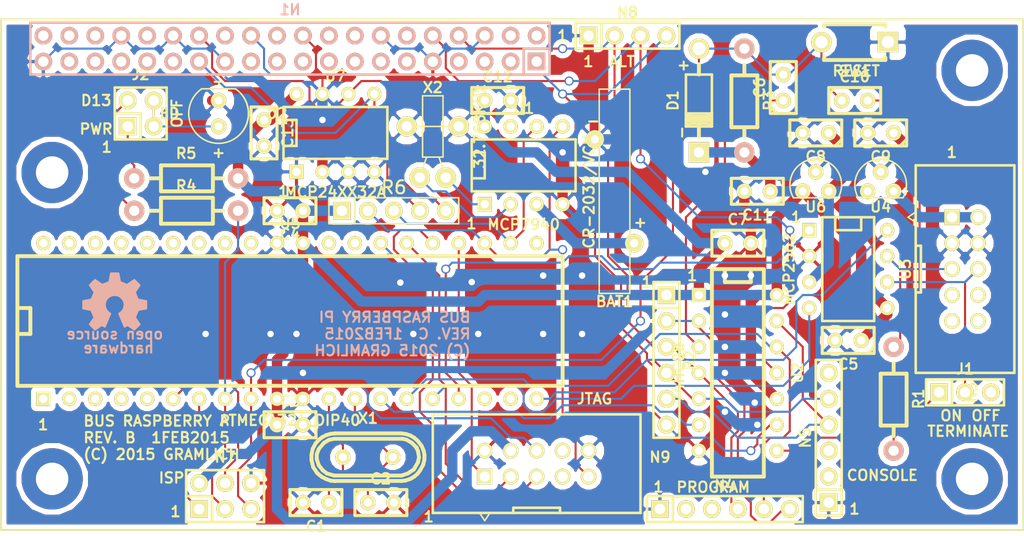
<source format=kicad_pcb>
(kicad_pcb (version 4) (host pcbnew "(2014-jul-16 BZR unknown)-product")
  (layers (0 F.Cu signal) (31 B.Cu signal) (34 B.Paste user) (35 F.Paste user) (36 B.SilkS user) (37 F.SilkS user) (38 B.Mask user) (39 F.Mask user) (44 Edge.Cuts user))
  (net 0 "")
  (net 1 /XTAL2)
  (net 2 GND)
  (net 3 /XTAL1)
  (net 4 /~RESET)
  (net 5 "Net-(D2-Pad+)")
  (net 6 "Net-(J1-Pad1)")
  (net 7 "Net-(J2-Pad1)")
  (net 8 "Net-(J2-Pad2)")
  (net 9 /MISO)
  (net 10 /SCK)
  (net 11 /MOSI)
  (net 12 /TCK)
  (net 13 /TDO)
  (net 14 /TMS)
  (net 15 /TDI)
  (net 16 /TXD0)
  (net 17 /RXD1)
  (net 18 /TXD1)
  (net 19 /RXD0)
  (net 20 /CANL)
  (net 21 /CANH)
  (net 22 "Net-(C6-Pad1)")
  (net 23 "Net-(N4-Pad6)")
  (net 24 "Net-(N4-Pad4)")
  (net 25 "Net-(N5-Pad4)")
  (net 26 +5V)
  (net 27 "Net-(C10-Pad2)")
  (net 28 "Net-(U1-Pad1)")
  (net 29 "Net-(U1-Pad2)")
  (net 30 "Net-(U3-Pad8)")
  (net 31 /LPWR)
  (net 32 /BAT)
  (net 33 +3.3V)
  (net 34 "Net-(N1-Pad8)")
  (net 35 "Net-(N1-Pad10)")
  (net 36 "Net-(N1-Pad24)")
  (net 37 "Net-(N1-Pad27)")
  (net 38 "Net-(N1-Pad28)")
  (net 39 "Net-(R6-Pad2)")
  (net 40 "Net-(R6-Pad3)")
  (module bus_dynabus:10MM_BATTERY (layer F.Cu) (at 160.02 116.84 90)
    (fp_text reference BAT1 (at -10.795 0 180) (layer F.SilkS) (effects (font (size 1.016 1.016) (thickness 0.2032))))
    (fp_text value CR-2032/VCN (at 0 -2.5 90) (layer F.SilkS) (effects (font (size 1.016 1.016) (thickness 0.2032))))
    (pad + thru_hole circle (at -5.085 1.925 90) (size 1.8 1.8) (drill 0.8) (layers *.Cu *.Mask F.SilkS) (net 32 /BAT))
    (pad - thru_hole circle (at 5.085 -1.925 90) (size 1.8 1.8) (drill 0.8) (layers *.Cu *.Mask F.SilkS) (net 2 GND))
  )
  (module bus_dynabus:Capacitor3MMDiscRM2.5 (layer F.Cu) (at 130.81 147.32 180)
    (fp_text reference C1 (at 0 -2.32 180) (layer F.SilkS) (effects (font (size 1.016 1.016) (thickness 0.2032))))
    (fp_text value 18pF hide)
    (pad 1 thru_hole circle (at -1.27 0 180) (size 1.50114 1.50114) (drill 0.8001) (layers *.Cu *.Mask F.SilkS) (net 1 /XTAL2))
    (pad 2 thru_hole circle (at 1.27 0 180) (size 1.50114 1.50114) (drill 0.8001) (layers *.Cu *.Mask F.SilkS) (net 2 GND))
  )
  (module bus_dynabus:Capacitor3MMDiscRM2.5 (layer F.Cu) (at 137.16 147.32)
    (fp_text reference C2 (at 0 -2.32) (layer F.SilkS) (effects (font (size 1.016 1.016) (thickness 0.2032))))
    (fp_text value 18pF hide)
    (pad 1 thru_hole circle (at -1.27 0) (size 1.50114 1.50114) (drill 0.8001) (layers *.Cu *.Mask F.SilkS) (net 3 /XTAL1))
    (pad 2 thru_hole circle (at 1.27 0) (size 1.50114 1.50114) (drill 0.8001) (layers *.Cu *.Mask F.SilkS) (net 2 GND))
  )
  (module bus_dynabus:Capacitor3MMDiscRM2.5 (layer F.Cu) (at 128.27 139.7)
    (fp_text reference C3 (at 0 -2.32) (layer F.SilkS) (effects (font (size 1.016 1.016) (thickness 0.2032))))
    (fp_text value .1uF hide)
    (pad 1 thru_hole circle (at -1.27 0) (size 1.50114 1.50114) (drill 0.8001) (layers *.Cu *.Mask F.SilkS) (net 33 +3.3V))
    (pad 2 thru_hole circle (at 1.27 0) (size 1.50114 1.50114) (drill 0.8001) (layers *.Cu *.Mask F.SilkS) (net 2 GND))
  )
  (module bus_dynabus:Capacitor3MMDiscRM2.5 (layer F.Cu) (at 128.27 118.745 180)
    (fp_text reference C4 (at 0 -2.32 180) (layer F.SilkS) (effects (font (size 1.016 1.016) (thickness 0.2032))))
    (fp_text value .1uF hide)
    (pad 1 thru_hole circle (at -1.27 0 180) (size 1.50114 1.50114) (drill 0.8001) (layers *.Cu *.Mask F.SilkS) (net 33 +3.3V))
    (pad 2 thru_hole circle (at 1.27 0 180) (size 1.50114 1.50114) (drill 0.8001) (layers *.Cu *.Mask F.SilkS) (net 2 GND))
  )
  (module bus_dynabus:Capacitor3MMDiscRM2.5 (layer F.Cu) (at 182.88 131.445 180)
    (fp_text reference C5 (at 0 -2.32 180) (layer F.SilkS) (effects (font (size 1.016 1.016) (thickness 0.2032))))
    (fp_text value .1uF hide)
    (pad 1 thru_hole circle (at -1.27 0 180) (size 1.50114 1.50114) (drill 0.8001) (layers *.Cu *.Mask F.SilkS) (net 33 +3.3V))
    (pad 2 thru_hole circle (at 1.27 0 180) (size 1.50114 1.50114) (drill 0.8001) (layers *.Cu *.Mask F.SilkS) (net 2 GND))
  )
  (module bus_dynabus:Capacitor3MMDiscRM2.5 (layer F.Cu) (at 176.53 106.68 90)
    (fp_text reference C6 (at 0 -2.32 90) (layer F.SilkS) (effects (font (size 1.016 1.016) (thickness 0.2032))))
    (fp_text value .1uF hide)
    (pad 1 thru_hole circle (at -1.27 0 90) (size 1.50114 1.50114) (drill 0.8001) (layers *.Cu *.Mask F.SilkS) (net 22 "Net-(C6-Pad1)"))
    (pad 2 thru_hole circle (at 1.27 0 90) (size 1.50114 1.50114) (drill 0.8001) (layers *.Cu *.Mask F.SilkS) (net 4 /~RESET))
  )
  (module bus_dynabus:Capacitor3MMDiscRM2.5 (layer F.Cu) (at 172.085 121.92)
    (fp_text reference C7 (at 0 -2.32) (layer F.SilkS) (effects (font (size 1.016 1.016) (thickness 0.2032))))
    (fp_text value .1uF hide)
    (pad 1 thru_hole circle (at -1.27 0) (size 1.50114 1.50114) (drill 0.8001) (layers *.Cu *.Mask F.SilkS) (net 33 +3.3V))
    (pad 2 thru_hole circle (at 1.27 0) (size 1.50114 1.50114) (drill 0.8001) (layers *.Cu *.Mask F.SilkS) (net 2 GND))
  )
  (module bus_dynabus:Capacitor3MMDiscRM2.5 (layer F.Cu) (at 179.705 111.125 180)
    (fp_text reference C8 (at 0 -2.32 180) (layer F.SilkS) (effects (font (size 1.016 1.016) (thickness 0.2032))))
    (fp_text value 1uF hide)
    (pad 1 thru_hole circle (at -1.27 0 180) (size 1.50114 1.50114) (drill 0.8001) (layers *.Cu *.Mask F.SilkS) (net 26 +5V))
    (pad 2 thru_hole circle (at 1.27 0 180) (size 1.50114 1.50114) (drill 0.8001) (layers *.Cu *.Mask F.SilkS) (net 2 GND))
  )
  (module bus_dynabus:Capacitor3MMDiscRM2.5 (layer F.Cu) (at 186.055 111.125 180)
    (fp_text reference C9 (at 0 -2.32 180) (layer F.SilkS) (effects (font (size 1.016 1.016) (thickness 0.2032))))
    (fp_text value 1uF hide)
    (pad 1 thru_hole circle (at -1.27 0 180) (size 1.50114 1.50114) (drill 0.8001) (layers *.Cu *.Mask F.SilkS) (net 31 /LPWR))
    (pad 2 thru_hole circle (at 1.27 0 180) (size 1.50114 1.50114) (drill 0.8001) (layers *.Cu *.Mask F.SilkS) (net 2 GND))
  )
  (module bus_dynabus:Capacitor3MMDiscRM2.5 (layer F.Cu) (at 183.515 107.95)
    (fp_text reference C10 (at 0 -2.32) (layer F.SilkS) (effects (font (size 1.016 1.016) (thickness 0.2032))))
    (fp_text value .1uF hide)
    (pad 1 thru_hole circle (at -1.27 0) (size 1.50114 1.50114) (drill 0.8001) (layers *.Cu *.Mask F.SilkS) (net 4 /~RESET))
    (pad 2 thru_hole circle (at 1.27 0) (size 1.50114 1.50114) (drill 0.8001) (layers *.Cu *.Mask F.SilkS) (net 27 "Net-(C10-Pad2)"))
  )
  (module bus_dynabus:Capacitor3MMDiscRM2.5 (layer F.Cu) (at 173.99 116.84 180)
    (fp_text reference C11 (at 0 -2.32 180) (layer F.SilkS) (effects (font (size 1.016 1.016) (thickness 0.2032))))
    (fp_text value .1uF hide)
    (pad 1 thru_hole circle (at -1.27 0 180) (size 1.50114 1.50114) (drill 0.8001) (layers *.Cu *.Mask F.SilkS) (net 33 +3.3V))
    (pad 2 thru_hole circle (at 1.27 0 180) (size 1.50114 1.50114) (drill 0.8001) (layers *.Cu *.Mask F.SilkS) (net 2 GND))
  )
  (module bus_dynabus:Capacitor3MMDiscRM2.5 (layer F.Cu) (at 148.59 107.95)
    (fp_text reference C12 (at 0 -2.32) (layer F.SilkS) (effects (font (size 1.016 1.016) (thickness 0.2032))))
    (fp_text value .1uF hide)
    (pad 1 thru_hole circle (at -1.27 0) (size 1.50114 1.50114) (drill 0.8001) (layers *.Cu *.Mask F.SilkS) (net 33 +3.3V))
    (pad 2 thru_hole circle (at 1.27 0) (size 1.50114 1.50114) (drill 0.8001) (layers *.Cu *.Mask F.SilkS) (net 2 GND))
  )
  (module bus_dynabus:Capacitor3MMDiscRM2.5 (layer F.Cu) (at 125.73 111.125 270)
    (fp_text reference C13 (at 0 -2.32 270) (layer F.SilkS) (effects (font (size 1.016 1.016) (thickness 0.2032))))
    (fp_text value .1uF hide)
    (pad 1 thru_hole circle (at -1.27 0 270) (size 1.50114 1.50114) (drill 0.8001) (layers *.Cu *.Mask F.SilkS) (net 33 +3.3V))
    (pad 2 thru_hole circle (at 1.27 0 270) (size 1.50114 1.50114) (drill 0.8001) (layers *.Cu *.Mask F.SilkS) (net 2 GND))
  )
  (module bus_dynabus:Diode_DO-41_SOD81_Horizontal_RM10 (layer F.Cu) (at 168.275 107.95 270)
    (fp_text reference D1 (at 0 2.54 270) (layer F.SilkS) (effects (font (size 1.016 1.016) (thickness 0.2032))))
    (fp_text value SD101C-TR hide)
    (fp_text user - (at 3.14 1.71 270) (layer F.SilkS) (effects (font (size 1.016 1.016) (thickness 0.2032))))
    (fp_text user + (at -3.42 1.56 270) (layer F.SilkS) (effects (font (size 1.016 1.016) (thickness 0.2032))))
    (pad + thru_hole circle (at -5.08 0 270) (size 1.99898 1.99898) (drill 1.27) (layers *.Cu *.Mask F.SilkS) (net 4 /~RESET))
    (pad - thru_hole rect (at 5.08 0 270) (size 1.99898 1.99898) (drill 1.00076) (layers *.Cu *.Mask F.SilkS) (net 33 +3.3V))
  )
  (module bus_dynabus:T1_LED (layer F.Cu) (at 121.285 109.22 180)
    (fp_text reference D2 (at -5.715 0 180) (layer F.SilkS) (effects (font (size 1.016 1.016) (thickness 0.2032))))
    (fp_text value LED (at 5.207 0 180) (layer F.SilkS) (effects (font (size 1.016 1.016) (thickness 0.2032))))
    (fp_text user - (at 0 3.175 180) (layer F.SilkS) (effects (font (size 1.016 1.016) (thickness 0.2032))))
    (fp_text user + (at 0 -3.81 180) (layer F.SilkS) (effects (font (size 1.016 1.016) (thickness 0.2032))))
    (pad + thru_hole circle (at 0 -1.27 180) (size 1.524 1.524) (drill 0.762) (layers *.Cu *.Mask F.SilkS) (net 5 "Net-(D2-Pad+)"))
    (pad - thru_hole circle (at 0 1.27 180) (size 1.524 1.524) (drill 0.762) (layers *.Cu *.Mask F.SilkS) (net 2 GND))
  )
  (module bus_dynabus:MountingHole_3mm (layer F.Cu) (at 105 115)
    (fp_text reference H1 (at 0.235001 -0.35499) (layer F.SilkS) (effects (font (size 1.016 1.016) (thickness 0.2032))))
    (fp_text value 3MM_HOLE hide)
    (pad 1 thru_hole circle (at 0 0) (size 6 6) (drill 3.175) (layers *.Cu))
  )
  (module bus_dynabus:MountingHole_3mm (layer F.Cu) (at 195 105)
    (fp_text reference H2 (at 0.235001 -0.35499) (layer F.SilkS) (effects (font (size 1.016 1.016) (thickness 0.2032))))
    (fp_text value 3MM_HOLE hide)
    (pad 1 thru_hole circle (at 0 0) (size 6 6) (drill 3.175) (layers *.Cu))
  )
  (module bus_dynabus:MountingHole_3mm (layer F.Cu) (at 105 145)
    (fp_text reference H3 (at 0.235001 -0.35499) (layer F.SilkS) (effects (font (size 1.016 1.016) (thickness 0.2032))))
    (fp_text value 3MM_HOLE hide)
    (pad 1 thru_hole circle (at 0 0) (size 6 6) (drill 3.175) (layers *.Cu))
  )
  (module bus_dynabus:MountingHole_3mm (layer F.Cu) (at 195 145)
    (fp_text reference H4 (at 0.235001 -0.35499) (layer F.SilkS) (effects (font (size 1.016 1.016) (thickness 0.2032))))
    (fp_text value 3MM_HOLE hide)
    (pad 1 thru_hole circle (at 0 0) (size 6 6) (drill 3.175) (layers *.Cu))
  )
  (module bus_dynabus:OSHW_LOGO_250mil (layer B.Cu) (at 111.125 127.635 180)
    (fp_text reference H5 hide)
    (fp_text value OSHW_LOGO hide)
  )
  (module bus_dynabus:Pin_Header_Straight_1x03 (layer F.Cu) (at 194.31 136.525)
    (fp_text reference J1 (at 0 -2.286) (layer F.SilkS) (effects (font (size 1.016 1.016) (thickness 0.2032))))
    (fp_text value TERMINATE_JUMPER hide)
    (pad 1 thru_hole rect (at -2.54 0) (size 1.7272 1.7272) (drill 1.016) (layers *.Cu *.Mask F.SilkS) (net 6 "Net-(J1-Pad1)"))
    (pad 2 thru_hole circle (at 0 0) (size 1.7272 1.7272) (drill 1.016) (layers *.Cu *.Mask F.SilkS) (net 20 /CANL))
    (pad 3 thru_hole circle (at 2.54 0) (size 1.7272 1.7272) (drill 1.016) (layers *.Cu *.Mask F.SilkS))
  )
  (module bus_dynabus:Pin_Header_Straight_2x02 (layer F.Cu) (at 113.665 109.22)
    (fp_text reference J2 (at 0 -3.81) (layer F.SilkS) (effects (font (size 1.016 1.016) (thickness 0.2032))))
    (fp_text value LED_JUMPER hide)
    (pad 1 thru_hole rect (at -1.27 1.27) (size 1.7272 1.7272) (drill 1.016) (layers *.Cu *.Mask F.SilkS) (net 7 "Net-(J2-Pad1)"))
    (pad 2 thru_hole oval (at -1.27 -1.27) (size 1.7272 1.7272) (drill 1.016) (layers *.Cu *.Mask F.SilkS) (net 8 "Net-(J2-Pad2)"))
    (pad 3 thru_hole oval (at 1.27 1.27) (size 1.7272 1.7272) (drill 1.016) (layers *.Cu *.Mask F.SilkS) (net 5 "Net-(D2-Pad+)"))
    (pad 4 thru_hole oval (at 1.27 -1.27) (size 1.7272 1.7272) (drill 1.016) (layers *.Cu *.Mask F.SilkS) (net 5 "Net-(D2-Pad+)"))
  )
  (module bus_dynabus:Pin_Header_Straight_2x20 (layer B.Cu) (at 128.27 102.87 180)
    (fp_text reference N1 (at 0 3.81 180) (layer B.SilkS) (effects (font (size 1.016 1.016) (thickness 0.2032)) (justify mirror)))
    (fp_text value RASPI_CONNECTOR_40 hide)
    (pad 1 thru_hole rect (at -24.13 -1.27 180) (size 1.7272 1.7272) (drill 1.016) (layers *.Cu *.Mask B.SilkS))
    (pad 2 thru_hole oval (at -24.13 1.27 180) (size 1.7272 1.7272) (drill 1.016) (layers *.Cu *.Mask B.SilkS))
    (pad 3 thru_hole oval (at -21.59 -1.27 180) (size 1.7272 1.7272) (drill 1.016) (layers *.Cu *.Mask B.SilkS))
    (pad 4 thru_hole oval (at -21.59 1.27 180) (size 1.7272 1.7272) (drill 1.016) (layers *.Cu *.Mask B.SilkS))
    (pad 5 thru_hole oval (at -19.05 -1.27 180) (size 1.7272 1.7272) (drill 1.016) (layers *.Cu *.Mask B.SilkS))
    (pad 6 thru_hole oval (at -19.05 1.27 180) (size 1.7272 1.7272) (drill 1.016) (layers *.Cu *.Mask B.SilkS) (net 2 GND))
    (pad 7 thru_hole oval (at -16.51 -1.27 180) (size 1.7272 1.7272) (drill 1.016) (layers *.Cu *.Mask B.SilkS))
    (pad 8 thru_hole oval (at -16.51 1.27 180) (size 1.7272 1.7272) (drill 1.016) (layers *.Cu *.Mask B.SilkS) (net 34 "Net-(N1-Pad8)"))
    (pad 9 thru_hole oval (at -13.97 -1.27 180) (size 1.7272 1.7272) (drill 1.016) (layers *.Cu *.Mask B.SilkS) (net 2 GND))
    (pad 10 thru_hole oval (at -13.97 1.27 180) (size 1.7272 1.7272) (drill 1.016) (layers *.Cu *.Mask B.SilkS) (net 35 "Net-(N1-Pad10)"))
    (pad 11 thru_hole oval (at -11.43 -1.27 180) (size 1.7272 1.7272) (drill 1.016) (layers *.Cu *.Mask B.SilkS))
    (pad 12 thru_hole oval (at -11.43 1.27 180) (size 1.7272 1.7272) (drill 1.016) (layers *.Cu *.Mask B.SilkS))
    (pad 13 thru_hole oval (at -8.89 -1.27 180) (size 1.7272 1.7272) (drill 1.016) (layers *.Cu *.Mask B.SilkS))
    (pad 14 thru_hole oval (at -8.89 1.27 180) (size 1.7272 1.7272) (drill 1.016) (layers *.Cu *.Mask B.SilkS) (net 2 GND))
    (pad 15 thru_hole oval (at -6.35 -1.27 180) (size 1.7272 1.7272) (drill 1.016) (layers *.Cu *.Mask B.SilkS))
    (pad 16 thru_hole oval (at -6.35 1.27 180) (size 1.7272 1.7272) (drill 1.016) (layers *.Cu *.Mask B.SilkS))
    (pad 17 thru_hole oval (at -3.81 -1.27 180) (size 1.7272 1.7272) (drill 1.016) (layers *.Cu *.Mask B.SilkS))
    (pad 18 thru_hole oval (at -3.81 1.27 180) (size 1.7272 1.7272) (drill 1.016) (layers *.Cu *.Mask B.SilkS))
    (pad 19 thru_hole oval (at -1.27 -1.27 180) (size 1.7272 1.7272) (drill 1.016) (layers *.Cu *.Mask B.SilkS))
    (pad 20 thru_hole oval (at -1.27 1.27 180) (size 1.7272 1.7272) (drill 1.016) (layers *.Cu *.Mask B.SilkS) (net 2 GND))
    (pad 21 thru_hole oval (at 1.27 -1.27 180) (size 1.7272 1.7272) (drill 1.016) (layers *.Cu *.Mask B.SilkS))
    (pad 22 thru_hole oval (at 1.27 1.27 180) (size 1.7272 1.7272) (drill 1.016) (layers *.Cu *.Mask B.SilkS))
    (pad 23 thru_hole oval (at 3.81 -1.27 180) (size 1.7272 1.7272) (drill 1.016) (layers *.Cu *.Mask B.SilkS))
    (pad 24 thru_hole oval (at 3.81 1.27 180) (size 1.7272 1.7272) (drill 1.016) (layers *.Cu *.Mask B.SilkS) (net 36 "Net-(N1-Pad24)"))
    (pad 25 thru_hole oval (at 6.35 -1.27 180) (size 1.7272 1.7272) (drill 1.016) (layers *.Cu *.Mask B.SilkS) (net 2 GND))
    (pad 26 thru_hole oval (at 6.35 1.27 180) (size 1.7272 1.7272) (drill 1.016) (layers *.Cu *.Mask B.SilkS))
    (pad 27 thru_hole oval (at 8.89 -1.27 180) (size 1.7272 1.7272) (drill 1.016) (layers *.Cu *.Mask B.SilkS) (net 37 "Net-(N1-Pad27)"))
    (pad 28 thru_hole oval (at 8.89 1.27 180) (size 1.7272 1.7272) (drill 1.016) (layers *.Cu *.Mask B.SilkS) (net 38 "Net-(N1-Pad28)"))
    (pad 29 thru_hole oval (at 11.43 -1.27 180) (size 1.7272 1.7272) (drill 1.016) (layers *.Cu *.Mask B.SilkS))
    (pad 30 thru_hole oval (at 11.43 1.27 180) (size 1.7272 1.7272) (drill 1.016) (layers *.Cu *.Mask B.SilkS) (net 2 GND))
    (pad 31 thru_hole oval (at 13.97 -1.27 180) (size 1.7272 1.7272) (drill 1.016) (layers *.Cu *.Mask B.SilkS))
    (pad 32 thru_hole oval (at 13.97 1.27 180) (size 1.7272 1.7272) (drill 1.016) (layers *.Cu *.Mask B.SilkS))
    (pad 33 thru_hole oval (at 16.51 -1.27 180) (size 1.7272 1.7272) (drill 1.016) (layers *.Cu *.Mask B.SilkS))
    (pad 34 thru_hole oval (at 16.51 1.27 180) (size 1.7272 1.7272) (drill 1.016) (layers *.Cu *.Mask B.SilkS) (net 2 GND))
    (pad 35 thru_hole oval (at 19.05 -1.27 180) (size 1.7272 1.7272) (drill 1.016) (layers *.Cu *.Mask B.SilkS))
    (pad 36 thru_hole oval (at 19.05 1.27 180) (size 1.7272 1.7272) (drill 1.016) (layers *.Cu *.Mask B.SilkS))
    (pad 37 thru_hole oval (at 21.59 -1.27 180) (size 1.7272 1.7272) (drill 1.016) (layers *.Cu *.Mask B.SilkS))
    (pad 38 thru_hole oval (at 21.59 1.27 180) (size 1.7272 1.7272) (drill 1.016) (layers *.Cu *.Mask B.SilkS))
    (pad 39 thru_hole oval (at 24.13 -1.27 180) (size 1.7272 1.7272) (drill 1.016) (layers *.Cu *.Mask B.SilkS) (net 2 GND))
    (pad 40 thru_hole oval (at 24.13 1.27 180) (size 1.7272 1.7272) (drill 1.016) (layers *.Cu *.Mask B.SilkS))
  )
  (module bus_dynabus:Pin_Header_Straight_2x05_Shrouded (layer F.Cu) (at 194.31 124.46 270)
    (fp_text reference N3 (at 12.065 -0.635 450) (layer F.SilkS) (effects (font (size 1.016 1.016) (thickness 0.2032))))
    (fp_text value BUS_HEADER hide)
    (pad 1 thru_hole rect (at -5.08 1.27 270) (size 1.524 1.524) (drill 1.016) (layers *.Cu *.Mask F.SilkS) (net 31 /LPWR))
    (pad 2 thru_hole circle (at -5.08 -1.27 270) (size 1.524 1.524) (drill 1.016) (layers *.Cu *.Mask F.SilkS) (net 31 /LPWR))
    (pad 3 thru_hole circle (at -2.54 1.27 270) (size 1.524 1.524) (drill 1.016) (layers *.Cu *.Mask F.SilkS) (net 2 GND))
    (pad 4 thru_hole circle (at -2.54 -1.27 270) (size 1.524 1.524) (drill 1.016) (layers *.Cu *.Mask F.SilkS) (net 2 GND))
    (pad 5 thru_hole circle (at 0 1.27 270) (size 1.524 1.524) (drill 1.016) (layers *.Cu *.Mask F.SilkS) (net 21 /CANH))
    (pad 6 thru_hole circle (at 0 -1.27 270) (size 1.524 1.524) (drill 1.016) (layers *.Cu *.Mask F.SilkS) (net 20 /CANL))
    (pad 7 thru_hole circle (at 2.54 1.27 270) (size 1.524 1.524) (drill 1.016) (layers *.Cu *.Mask F.SilkS))
    (pad 8 thru_hole circle (at 2.54 -1.27 270) (size 1.524 1.524) (drill 1.016) (layers *.Cu *.Mask F.SilkS))
    (pad 9 thru_hole circle (at 5.08 1.27 270) (size 1.524 1.524) (drill 1.016) (layers *.Cu *.Mask F.SilkS))
    (pad 10 thru_hole circle (at 5.08 -1.27 270) (size 1.524 1.524) (drill 1.016) (layers *.Cu *.Mask F.SilkS))
  )
  (module bus_dynabus:Pin_Header_Straight_1x06 (layer F.Cu) (at 170.815 147.955)
    (fp_text reference N4 (at 0 -2.286) (layer F.SilkS) (effects (font (size 1.016 1.016) (thickness 0.2032))))
    (fp_text value FTDI_HEADER hide)
    (pad 1 thru_hole rect (at -6.35 0) (size 1.7272 1.7272) (drill 1.016) (layers *.Cu *.Mask F.SilkS) (net 2 GND))
    (pad 2 thru_hole circle (at -3.81 0) (size 1.7272 1.7272) (drill 1.016) (layers *.Cu *.Mask F.SilkS))
    (pad 3 thru_hole circle (at -1.27 0) (size 1.7272 1.7272) (drill 1.016) (layers *.Cu *.Mask F.SilkS))
    (pad 4 thru_hole circle (at 1.27 0) (size 1.7272 1.7272) (drill 1.016) (layers *.Cu *.Mask F.SilkS) (net 24 "Net-(N4-Pad4)"))
    (pad 5 thru_hole circle (at 3.81 0) (size 1.7272 1.7272) (drill 1.016) (layers *.Cu *.Mask F.SilkS) (net 16 /TXD0))
    (pad 6 thru_hole circle (at 6.35 0) (size 1.7272 1.7272) (drill 1.016) (layers *.Cu *.Mask F.SilkS) (net 23 "Net-(N4-Pad6)"))
  )
  (module bus_dynabus:Pin_Header_Straight_1x06 (layer F.Cu) (at 180.975 140.97 90)
    (fp_text reference N5 (at 0 -2.286 90) (layer F.SilkS) (effects (font (size 1.016 1.016) (thickness 0.2032))))
    (fp_text value FTDI_HEADER hide)
    (pad 1 thru_hole rect (at -6.35 0 90) (size 1.7272 1.7272) (drill 1.016) (layers *.Cu *.Mask F.SilkS) (net 2 GND))
    (pad 2 thru_hole circle (at -3.81 0 90) (size 1.7272 1.7272) (drill 1.016) (layers *.Cu *.Mask F.SilkS))
    (pad 3 thru_hole circle (at -1.27 0 90) (size 1.7272 1.7272) (drill 1.016) (layers *.Cu *.Mask F.SilkS))
    (pad 4 thru_hole circle (at 1.27 0 90) (size 1.7272 1.7272) (drill 1.016) (layers *.Cu *.Mask F.SilkS) (net 25 "Net-(N5-Pad4)"))
    (pad 5 thru_hole circle (at 3.81 0 90) (size 1.7272 1.7272) (drill 1.016) (layers *.Cu *.Mask F.SilkS) (net 34 "Net-(N1-Pad8)"))
    (pad 6 thru_hole circle (at 6.35 0 90) (size 1.7272 1.7272) (drill 1.016) (layers *.Cu *.Mask F.SilkS))
  )
  (module bus_dynabus:Pin_Header_Straight_2x03 (layer F.Cu) (at 121.92 146.685)
    (fp_text reference N7 (at 0 -3.81) (layer F.SilkS) (effects (font (size 1.016 1.016) (thickness 0.2032))))
    (fp_text value AVR_ISP_HEADER hide)
    (pad 1 thru_hole rect (at -2.54 1.27) (size 1.7272 1.7272) (drill 1.016) (layers *.Cu *.Mask F.SilkS) (net 9 /MISO))
    (pad 2 thru_hole oval (at -2.54 -1.27) (size 1.7272 1.7272) (drill 1.016) (layers *.Cu *.Mask F.SilkS) (net 33 +3.3V))
    (pad 3 thru_hole oval (at 0 1.27) (size 1.7272 1.7272) (drill 1.016) (layers *.Cu *.Mask F.SilkS) (net 10 /SCK))
    (pad 4 thru_hole oval (at 0 -1.27) (size 1.7272 1.7272) (drill 1.016) (layers *.Cu *.Mask F.SilkS) (net 11 /MOSI))
    (pad 5 thru_hole oval (at 2.54 1.27) (size 1.7272 1.7272) (drill 1.016) (layers *.Cu *.Mask F.SilkS) (net 4 /~RESET))
    (pad 6 thru_hole oval (at 2.54 -1.27) (size 1.7272 1.7272) (drill 1.016) (layers *.Cu *.Mask F.SilkS) (net 2 GND))
  )
  (module bus_dynabus:Pin_Header_Straight_1x04 (layer F.Cu) (at 161.29 101.6)
    (fp_text reference N8 (at 0 -2.286) (layer F.SilkS) (effects (font (size 1.016 1.016) (thickness 0.2032))))
    (fp_text value SERIAL_CONNECTOR hide)
    (pad 1 thru_hole rect (at -3.81 0) (size 1.7272 1.7272) (drill 1.016) (layers *.Cu *.Mask F.SilkS) (net 2 GND))
    (pad 2 thru_hole circle (at -1.27 0) (size 1.7272 1.7272) (drill 1.016) (layers *.Cu *.Mask F.SilkS) (net 34 "Net-(N1-Pad8)"))
    (pad 3 thru_hole circle (at 1.27 0) (size 1.7272 1.7272) (drill 1.016) (layers *.Cu *.Mask F.SilkS) (net 35 "Net-(N1-Pad10)"))
    (pad 4 thru_hole circle (at 3.81 0) (size 1.7272 1.7272) (drill 1.016) (layers *.Cu *.Mask F.SilkS) (net 36 "Net-(N1-Pad24)"))
  )
  (module bus_dynabus:Pin_Header_Straight_2x05_Shrouded (layer F.Cu) (at 152.4 143.51)
    (fp_text reference N9 (at 12.065 -0.635 180) (layer F.SilkS) (effects (font (size 1.016 1.016) (thickness 0.2032))))
    (fp_text value JTAG_HEADER hide)
    (pad 1 thru_hole rect (at -5.08 1.27) (size 1.524 1.524) (drill 1.016) (layers *.Cu *.Mask F.SilkS) (net 12 /TCK))
    (pad 2 thru_hole circle (at -5.08 -1.27) (size 1.524 1.524) (drill 1.016) (layers *.Cu *.Mask F.SilkS) (net 2 GND))
    (pad 3 thru_hole circle (at -2.54 1.27) (size 1.524 1.524) (drill 1.016) (layers *.Cu *.Mask F.SilkS) (net 13 /TDO))
    (pad 4 thru_hole circle (at -2.54 -1.27) (size 1.524 1.524) (drill 1.016) (layers *.Cu *.Mask F.SilkS) (net 33 +3.3V))
    (pad 5 thru_hole circle (at 0 1.27) (size 1.524 1.524) (drill 1.016) (layers *.Cu *.Mask F.SilkS) (net 14 /TMS))
    (pad 6 thru_hole circle (at 0 -1.27) (size 1.524 1.524) (drill 1.016) (layers *.Cu *.Mask F.SilkS) (net 10 /SCK))
    (pad 7 thru_hole circle (at 2.54 1.27) (size 1.524 1.524) (drill 1.016) (layers *.Cu *.Mask F.SilkS))
    (pad 8 thru_hole circle (at 2.54 -1.27) (size 1.524 1.524) (drill 1.016) (layers *.Cu *.Mask F.SilkS))
    (pad 9 thru_hole circle (at 5.08 1.27) (size 1.524 1.524) (drill 1.016) (layers *.Cu *.Mask F.SilkS) (net 15 /TDI))
    (pad 10 thru_hole circle (at 5.08 -1.27) (size 1.524 1.524) (drill 1.016) (layers *.Cu *.Mask F.SilkS) (net 2 GND))
  )
  (module bus_dynabus:Resistor_Horizontal__400 (layer F.Cu) (at 187.325 137.16 270)
    (fp_text reference R1 (at 0 -2.44 270) (layer F.SilkS) (effects (font (size 1.016 1.016) (thickness 0.2032))))
    (fp_text value "120 1%" hide)
    (pad 1 thru_hole circle (at -5.08 0 270) (size 1.99898 1.99898) (drill 1.00076) (layers *.Cu *.SilkS *.Mask) (net 21 /CANH))
    (pad 2 thru_hole circle (at 5.08 0 270) (size 1.99898 1.99898) (drill 1.00076) (layers *.Cu *.SilkS *.Mask) (net 6 "Net-(J1-Pad1)"))
  )
  (module bus_dynabus:Pin_Header_Straight_1x06 (layer F.Cu) (at 165.1 133.35 270)
    (fp_text reference R2 (at 0 -2.286 270) (layer F.SilkS) (effects (font (size 1.016 1.016) (thickness 0.2032))))
    (fp_text value 100K_SIP6 hide)
    (pad 1 thru_hole rect (at -6.35 0 270) (size 1.7272 1.7272) (drill 1.016) (layers *.Cu *.Mask F.SilkS) (net 33 +3.3V))
    (pad 2 thru_hole circle (at -3.81 0 270) (size 1.7272 1.7272) (drill 1.016) (layers *.Cu *.Mask F.SilkS) (net 23 "Net-(N4-Pad6)"))
    (pad 3 thru_hole circle (at -1.27 0 270) (size 1.7272 1.7272) (drill 1.016) (layers *.Cu *.Mask F.SilkS) (net 24 "Net-(N4-Pad4)"))
    (pad 4 thru_hole circle (at 1.27 0 270) (size 1.7272 1.7272) (drill 1.016) (layers *.Cu *.Mask F.SilkS) (net 34 "Net-(N1-Pad8)"))
    (pad 5 thru_hole circle (at 3.81 0 270) (size 1.7272 1.7272) (drill 1.016) (layers *.Cu *.Mask F.SilkS) (net 25 "Net-(N5-Pad4)"))
    (pad 6 thru_hole circle (at 6.35 0 270) (size 1.7272 1.7272) (drill 1.016) (layers *.Cu *.Mask F.SilkS) (net 36 "Net-(N1-Pad24)"))
  )
  (module bus_dynabus:Resistor_Horizontal__400 (layer F.Cu) (at 172.72 107.95 270)
    (fp_text reference R3 (at 0 -2.44 270) (layer F.SilkS) (effects (font (size 1.016 1.016) (thickness 0.2032))))
    (fp_text value 10K hide)
    (pad 1 thru_hole circle (at -5.08 0 270) (size 1.99898 1.99898) (drill 1.00076) (layers *.Cu *.SilkS *.Mask) (net 4 /~RESET))
    (pad 2 thru_hole circle (at 5.08 0 270) (size 1.99898 1.99898) (drill 1.00076) (layers *.Cu *.SilkS *.Mask) (net 33 +3.3V))
  )
  (module bus_dynabus:Resistor_Horizontal__400 (layer F.Cu) (at 118.11 118.745)
    (fp_text reference R4 (at 0 -2.44) (layer F.SilkS) (effects (font (size 1.016 1.016) (thickness 0.2032))))
    (fp_text value 470 hide)
    (pad 1 thru_hole circle (at -5.08 0) (size 1.99898 1.99898) (drill 1.00076) (layers *.Cu *.SilkS *.Mask) (net 8 "Net-(J2-Pad2)"))
    (pad 2 thru_hole circle (at 5.08 0) (size 1.99898 1.99898) (drill 1.00076) (layers *.Cu *.SilkS *.Mask) (net 10 /SCK))
  )
  (module bus_dynabus:Resistor_Horizontal__400 (layer F.Cu) (at 118.11 115.57)
    (fp_text reference R5 (at 0 -2.44) (layer F.SilkS) (effects (font (size 1.016 1.016) (thickness 0.2032))))
    (fp_text value 470 hide)
    (pad 1 thru_hole circle (at -5.08 0) (size 1.99898 1.99898) (drill 1.00076) (layers *.Cu *.SilkS *.Mask) (net 7 "Net-(J2-Pad1)"))
    (pad 2 thru_hole circle (at 5.08 0) (size 1.99898 1.99898) (drill 1.00076) (layers *.Cu *.SilkS *.Mask) (net 33 +3.3V))
  )
  (module bus_dynabus:Pin_Header_Straight_1x05 (layer F.Cu) (at 138.43 118.745)
    (fp_text reference R6 (at 0 -2.286) (layer F.SilkS) (effects (font (size 1.27 1.27) (thickness 0.2032))))
    (fp_text value 3K9_SIP5 hide)
    (pad 1 thru_hole rect (at -5.08 0) (size 1.7272 1.7272) (drill 1.016) (layers *.Cu *.Mask F.SilkS) (net 33 +3.3V))
    (pad 2 thru_hole circle (at -2.54 0) (size 1.7272 1.7272) (drill 1.016) (layers *.Cu *.Mask F.SilkS) (net 39 "Net-(R6-Pad2)"))
    (pad 3 thru_hole circle (at 0 0) (size 1.7272 1.7272) (drill 1.016) (layers *.Cu *.Mask F.SilkS) (net 40 "Net-(R6-Pad3)"))
    (pad 4 thru_hole circle (at 2.54 0) (size 1.7272 1.7272) (drill 1.016) (layers *.Cu *.Mask F.SilkS) (net 37 "Net-(N1-Pad27)"))
    (pad 5 thru_hole circle (at 5.08 0) (size 1.7272 1.7272) (drill 1.016) (layers *.Cu *.Mask F.SilkS) (net 38 "Net-(N1-Pad28)"))
  )
  (module bus_dynabus:Button_6.5MM (layer F.Cu) (at 183.515 102.235 180)
    (fp_text reference SW1 (at 0 -2.84 360) (layer F.SilkS) (effects (font (size 1.016 1.016) (thickness 0.2032))))
    (fp_text value MJTP1243 hide)
    (pad 1 thru_hole rect (at -3.2512 0 180) (size 1.99898 1.99898) (drill 1.19888) (layers *.Cu *.Mask F.SilkS) (net 2 GND))
    (pad 2 thru_hole circle (at 3.2512 0 180) (size 1.99898 1.99898) (drill 1.19888) (layers *.Cu *.Mask F.SilkS) (net 4 /~RESET))
  )
  (module bus_dynabus:DIP-8__300 (layer F.Cu) (at 151.13 114.3)
    (fp_text reference U1 (at 0 -5.59 180) (layer F.SilkS) (effects (font (size 1.016 1.016) (thickness 0.2032))))
    (fp_text value MCP7940 (at 0 5.79) (layer F.SilkS) (effects (font (size 1.016 1.016) (thickness 0.2032))))
    (pad 1 thru_hole rect (at -3.81 3.81) (size 1.397 1.397) (drill 0.8128) (layers *.Cu *.Mask F.SilkS) (net 28 "Net-(U1-Pad1)"))
    (pad 2 thru_hole circle (at -1.27 3.81) (size 1.397 1.397) (drill 0.8128) (layers *.Cu *.Mask F.SilkS) (net 29 "Net-(U1-Pad2)"))
    (pad 3 thru_hole circle (at 1.27 3.81) (size 1.397 1.397) (drill 0.8128) (layers *.Cu *.Mask F.SilkS) (net 32 /BAT))
    (pad 4 thru_hole circle (at 3.81 3.81) (size 1.397 1.397) (drill 0.8128) (layers *.Cu *.Mask F.SilkS) (net 2 GND))
    (pad 5 thru_hole circle (at 3.81 -3.81) (size 1.397 1.397) (drill 0.8128) (layers *.Cu *.Mask F.SilkS) (net 39 "Net-(R6-Pad2)"))
    (pad 6 thru_hole circle (at 1.27 -3.81) (size 1.397 1.397) (drill 0.8128) (layers *.Cu *.Mask F.SilkS) (net 40 "Net-(R6-Pad3)"))
    (pad 7 thru_hole circle (at -1.27 -3.81) (size 1.397 1.397) (drill 0.8128) (layers *.Cu *.Mask F.SilkS))
    (pad 8 thru_hole circle (at -3.81 -3.81) (size 1.397 1.397) (drill 0.8128) (layers *.Cu *.Mask F.SilkS) (net 33 +3.3V))
  )
  (module bus_dynabus:DIP-14__300 (layer F.Cu) (at 172.085 134.62 270)
    (fp_text reference U2 (at -0.01 -5.83 270) (layer F.SilkS) (effects (font (size 1.016 1.016) (thickness 0.2032))))
    (fp_text value 74HC08 (at 0 5.8 270) (layer F.SilkS) (effects (font (size 1.016 1.016) (thickness 0.2032))))
    (pad 1 thru_hole rect (at -7.62 3.81 270) (size 1.397 1.397) (drill 0.8128) (layers *.Cu *.Mask F.SilkS) (net 33 +3.3V))
    (pad 2 thru_hole circle (at -5.08 3.81 270) (size 1.397 1.397) (drill 0.8128) (layers *.Cu *.Mask F.SilkS) (net 23 "Net-(N4-Pad6)"))
    (pad 3 thru_hole circle (at -2.54 3.81 270) (size 1.397 1.397) (drill 0.8128) (layers *.Cu *.Mask F.SilkS) (net 22 "Net-(C6-Pad1)"))
    (pad 4 thru_hole circle (at 0 3.81 270) (size 1.397 1.397) (drill 0.8128) (layers *.Cu *.Mask F.SilkS) (net 24 "Net-(N4-Pad4)"))
    (pad 5 thru_hole circle (at 2.54 3.81 270) (size 1.397 1.397) (drill 0.8128) (layers *.Cu *.Mask F.SilkS) (net 34 "Net-(N1-Pad8)"))
    (pad 6 thru_hole circle (at 5.08 3.81 270) (size 1.397 1.397) (drill 0.8128) (layers *.Cu *.Mask F.SilkS) (net 19 /RXD0))
    (pad 7 thru_hole circle (at 7.62 3.81 270) (size 1.397 1.397) (drill 0.8128) (layers *.Cu *.Mask F.SilkS) (net 2 GND))
    (pad 8 thru_hole circle (at 7.62 -3.81 270) (size 1.397 1.397) (drill 0.8128) (layers *.Cu *.Mask F.SilkS) (net 27 "Net-(C10-Pad2)"))
    (pad 9 thru_hole circle (at 5.08 -3.81 270) (size 1.397 1.397) (drill 0.8128) (layers *.Cu *.Mask F.SilkS) (net 36 "Net-(N1-Pad24)"))
    (pad 10 thru_hole circle (at 2.54 -3.81 270) (size 1.397 1.397) (drill 0.8128) (layers *.Cu *.Mask F.SilkS) (net 33 +3.3V))
    (pad 11 thru_hole circle (at 0 -3.81 270) (size 1.397 1.397) (drill 0.8128) (layers *.Cu *.Mask F.SilkS) (net 35 "Net-(N1-Pad10)"))
    (pad 12 thru_hole circle (at -2.54 -3.81 270) (size 1.397 1.397) (drill 0.8128) (layers *.Cu *.Mask F.SilkS) (net 16 /TXD0))
    (pad 13 thru_hole circle (at -5.08 -3.81 270) (size 1.397 1.397) (drill 0.8128) (layers *.Cu *.Mask F.SilkS) (net 25 "Net-(N5-Pad4)"))
    (pad 14 thru_hole circle (at -7.62 -3.81 270) (size 1.397 1.397) (drill 0.8128) (layers *.Cu *.Mask F.SilkS) (net 33 +3.3V))
  )
  (module bus_dynabus:DIP-8__300 (layer F.Cu) (at 182.88 124.46 270)
    (fp_text reference U3 (at 0 -5.59 450) (layer F.SilkS) (effects (font (size 1.016 1.016) (thickness 0.2032))))
    (fp_text value MCP2562 (at 0 5.79 270) (layer F.SilkS) (effects (font (size 1.016 1.016) (thickness 0.2032))))
    (pad 1 thru_hole rect (at -3.81 3.81 270) (size 1.397 1.397) (drill 0.8128) (layers *.Cu *.Mask F.SilkS) (net 18 /TXD1))
    (pad 2 thru_hole circle (at -1.27 3.81 270) (size 1.397 1.397) (drill 0.8128) (layers *.Cu *.Mask F.SilkS) (net 2 GND))
    (pad 3 thru_hole circle (at 1.27 3.81 270) (size 1.397 1.397) (drill 0.8128) (layers *.Cu *.Mask F.SilkS) (net 26 +5V))
    (pad 4 thru_hole circle (at 3.81 3.81 270) (size 1.397 1.397) (drill 0.8128) (layers *.Cu *.Mask F.SilkS) (net 17 /RXD1))
    (pad 5 thru_hole circle (at 3.81 -3.81 270) (size 1.397 1.397) (drill 0.8128) (layers *.Cu *.Mask F.SilkS) (net 33 +3.3V))
    (pad 6 thru_hole circle (at 1.27 -3.81 270) (size 1.397 1.397) (drill 0.8128) (layers *.Cu *.Mask F.SilkS) (net 20 /CANL))
    (pad 7 thru_hole circle (at -1.27 -3.81 270) (size 1.397 1.397) (drill 0.8128) (layers *.Cu *.Mask F.SilkS) (net 21 /CANH))
    (pad 8 thru_hole circle (at -3.81 -3.81 270) (size 1.397 1.397) (drill 0.8128) (layers *.Cu *.Mask F.SilkS) (net 30 "Net-(U3-Pad8)"))
  )
  (module bus_dynabus:TO92_123 (layer F.Cu) (at 186.055 116.205)
    (fp_text reference U4 (at 0 2.159 180) (layer F.SilkS) (effects (font (size 1.016 1.016) (thickness 0.2032))))
    (fp_text value L78L05AC hide)
    (pad 1 thru_hole circle (at -1.27 0.635) (size 1.524 1.524) (drill 0.762) (layers *.Cu *.Mask F.SilkS) (net 26 +5V))
    (pad 2 thru_hole circle (at 0 -1.27) (size 1.524 1.524) (drill 0.762) (layers *.Cu *.Mask F.SilkS) (net 2 GND))
    (pad 3 thru_hole circle (at 1.27 0.635) (size 1.524 1.524) (drill 0.762) (layers *.Cu *.Mask F.SilkS) (net 31 /LPWR))
  )
  (module bus_dynabus:DIP-40__600 (layer F.Cu) (at 128.27 129.54)
    (fp_text reference U5 (at 0.01 -9.56) (layer F.SilkS) (effects (font (size 1.016 1.016) (thickness 0.2032))))
    (fp_text value ATMEGA324_DIP40 (at 0 9.73) (layer F.SilkS) (effects (font (size 1.016 1.016) (thickness 0.2032))))
    (pad 1 thru_hole rect (at -24.13 7.62) (size 1.397 1.397) (drill 0.8128) (layers *.Cu *.Mask F.SilkS))
    (pad 2 thru_hole circle (at -21.59 7.62) (size 1.397 1.397) (drill 0.8128) (layers *.Cu *.Mask F.SilkS))
    (pad 3 thru_hole circle (at -19.05 7.62) (size 1.397 1.397) (drill 0.8128) (layers *.Cu *.Mask F.SilkS))
    (pad 4 thru_hole circle (at -16.51 7.62) (size 1.397 1.397) (drill 0.8128) (layers *.Cu *.Mask F.SilkS))
    (pad 5 thru_hole circle (at -13.97 7.62) (size 1.397 1.397) (drill 0.8128) (layers *.Cu *.Mask F.SilkS))
    (pad 6 thru_hole circle (at -11.43 7.62) (size 1.397 1.397) (drill 0.8128) (layers *.Cu *.Mask F.SilkS) (net 11 /MOSI))
    (pad 7 thru_hole circle (at -8.89 7.62) (size 1.397 1.397) (drill 0.8128) (layers *.Cu *.Mask F.SilkS) (net 9 /MISO))
    (pad 8 thru_hole circle (at -6.35 7.62) (size 1.397 1.397) (drill 0.8128) (layers *.Cu *.Mask F.SilkS) (net 10 /SCK))
    (pad 9 thru_hole circle (at -3.81 7.62) (size 1.397 1.397) (drill 0.8128) (layers *.Cu *.Mask F.SilkS) (net 4 /~RESET))
    (pad 10 thru_hole circle (at -1.27 7.62) (size 1.397 1.397) (drill 0.8128) (layers *.Cu *.Mask F.SilkS) (net 33 +3.3V))
    (pad 11 thru_hole circle (at 1.27 7.62) (size 1.397 1.397) (drill 0.8128) (layers *.Cu *.Mask F.SilkS) (net 2 GND))
    (pad 12 thru_hole circle (at 3.81 7.62) (size 1.397 1.397) (drill 0.8128) (layers *.Cu *.Mask F.SilkS) (net 1 /XTAL2))
    (pad 13 thru_hole circle (at 6.35 7.62) (size 1.397 1.397) (drill 0.8128) (layers *.Cu *.Mask F.SilkS) (net 3 /XTAL1))
    (pad 14 thru_hole circle (at 8.89 7.62) (size 1.397 1.397) (drill 0.8128) (layers *.Cu *.Mask F.SilkS) (net 19 /RXD0))
    (pad 15 thru_hole circle (at 11.43 7.62) (size 1.397 1.397) (drill 0.8128) (layers *.Cu *.Mask F.SilkS) (net 16 /TXD0))
    (pad 16 thru_hole circle (at 13.97 7.62) (size 1.397 1.397) (drill 0.8128) (layers *.Cu *.Mask F.SilkS) (net 17 /RXD1))
    (pad 17 thru_hole circle (at 16.51 7.62) (size 1.397 1.397) (drill 0.8128) (layers *.Cu *.Mask F.SilkS) (net 18 /TXD1))
    (pad 18 thru_hole circle (at 19.05 7.62) (size 1.397 1.397) (drill 0.8128) (layers *.Cu *.Mask F.SilkS))
    (pad 19 thru_hole circle (at 21.59 7.62) (size 1.397 1.397) (drill 0.8128) (layers *.Cu *.Mask F.SilkS))
    (pad 20 thru_hole circle (at 24.13 7.62) (size 1.397 1.397) (drill 0.8128) (layers *.Cu *.Mask F.SilkS) (net 30 "Net-(U3-Pad8)"))
    (pad 21 thru_hole circle (at 24.13 -7.62) (size 1.397 1.397) (drill 0.8128) (layers *.Cu *.Mask F.SilkS))
    (pad 22 thru_hole circle (at 21.59 -7.62) (size 1.397 1.397) (drill 0.8128) (layers *.Cu *.Mask F.SilkS) (net 40 "Net-(R6-Pad3)"))
    (pad 23 thru_hole circle (at 19.05 -7.62) (size 1.397 1.397) (drill 0.8128) (layers *.Cu *.Mask F.SilkS) (net 39 "Net-(R6-Pad2)"))
    (pad 24 thru_hole circle (at 16.51 -7.62) (size 1.397 1.397) (drill 0.8128) (layers *.Cu *.Mask F.SilkS) (net 12 /TCK))
    (pad 25 thru_hole circle (at 13.97 -7.62) (size 1.397 1.397) (drill 0.8128) (layers *.Cu *.Mask F.SilkS) (net 14 /TMS))
    (pad 26 thru_hole circle (at 11.43 -7.62) (size 1.397 1.397) (drill 0.8128) (layers *.Cu *.Mask F.SilkS) (net 13 /TDO))
    (pad 27 thru_hole circle (at 8.89 -7.62) (size 1.397 1.397) (drill 0.8128) (layers *.Cu *.Mask F.SilkS) (net 15 /TDI))
    (pad 28 thru_hole circle (at 6.35 -7.62) (size 1.397 1.397) (drill 0.8128) (layers *.Cu *.Mask F.SilkS))
    (pad 29 thru_hole circle (at 3.81 -7.62) (size 1.397 1.397) (drill 0.8128) (layers *.Cu *.Mask F.SilkS))
    (pad 30 thru_hole circle (at 1.27 -7.62) (size 1.397 1.397) (drill 0.8128) (layers *.Cu *.Mask F.SilkS) (net 33 +3.3V))
    (pad 31 thru_hole circle (at -1.27 -7.62) (size 1.397 1.397) (drill 0.8128) (layers *.Cu *.Mask F.SilkS) (net 2 GND))
    (pad 32 thru_hole circle (at -3.81 -7.62) (size 1.397 1.397) (drill 0.8128) (layers *.Cu *.Mask F.SilkS))
    (pad 33 thru_hole circle (at -6.35 -7.62) (size 1.397 1.397) (drill 0.8128) (layers *.Cu *.Mask F.SilkS))
    (pad 34 thru_hole circle (at -8.89 -7.62) (size 1.397 1.397) (drill 0.8128) (layers *.Cu *.Mask F.SilkS))
    (pad 35 thru_hole circle (at -11.43 -7.62) (size 1.397 1.397) (drill 0.8128) (layers *.Cu *.Mask F.SilkS))
    (pad 36 thru_hole circle (at -13.97 -7.62) (size 1.397 1.397) (drill 0.8128) (layers *.Cu *.Mask F.SilkS))
    (pad 37 thru_hole circle (at -16.51 -7.62) (size 1.397 1.397) (drill 0.8128) (layers *.Cu *.Mask F.SilkS))
    (pad 38 thru_hole circle (at -19.05 -7.62) (size 1.397 1.397) (drill 0.8128) (layers *.Cu *.Mask F.SilkS))
    (pad 39 thru_hole circle (at -21.59 -7.62) (size 1.397 1.397) (drill 0.8128) (layers *.Cu *.Mask F.SilkS))
    (pad 40 thru_hole circle (at -24.13 -7.62) (size 1.397 1.397) (drill 0.8128) (layers *.Cu *.Mask F.SilkS))
  )
  (module bus_dynabus:TO92_123 (layer F.Cu) (at 179.705 116.205)
    (fp_text reference U6 (at 0 2.159 180) (layer F.SilkS) (effects (font (size 1.016 1.016) (thickness 0.2032))))
    (fp_text value L78L33AC hide)
    (pad 1 thru_hole circle (at -1.27 0.635) (size 1.524 1.524) (drill 0.762) (layers *.Cu *.Mask F.SilkS) (net 33 +3.3V))
    (pad 2 thru_hole circle (at 0 -1.27) (size 1.524 1.524) (drill 0.762) (layers *.Cu *.Mask F.SilkS) (net 2 GND))
    (pad 3 thru_hole circle (at 1.27 0.635) (size 1.524 1.524) (drill 0.762) (layers *.Cu *.Mask F.SilkS) (net 26 +5V))
  )
  (module bus_dynabus:DIP-8__300 (layer F.Cu) (at 132.715 111.125)
    (fp_text reference U7 (at 0 -5.59 180) (layer F.SilkS) (effects (font (size 1.016 1.016) (thickness 0.2032))))
    (fp_text value MCP24XX32A (at 0 5.79) (layer F.SilkS) (effects (font (size 1.016 1.016) (thickness 0.2032))))
    (pad 1 thru_hole rect (at -3.81 3.81) (size 1.397 1.397) (drill 0.8128) (layers *.Cu *.Mask F.SilkS) (net 2 GND))
    (pad 2 thru_hole circle (at -1.27 3.81) (size 1.397 1.397) (drill 0.8128) (layers *.Cu *.Mask F.SilkS) (net 2 GND))
    (pad 3 thru_hole circle (at 1.27 3.81) (size 1.397 1.397) (drill 0.8128) (layers *.Cu *.Mask F.SilkS) (net 2 GND))
    (pad 4 thru_hole circle (at 3.81 3.81) (size 1.397 1.397) (drill 0.8128) (layers *.Cu *.Mask F.SilkS) (net 2 GND))
    (pad 5 thru_hole circle (at 3.81 -3.81) (size 1.397 1.397) (drill 0.8128) (layers *.Cu *.Mask F.SilkS) (net 37 "Net-(N1-Pad27)"))
    (pad 6 thru_hole circle (at 1.27 -3.81) (size 1.397 1.397) (drill 0.8128) (layers *.Cu *.Mask F.SilkS) (net 38 "Net-(N1-Pad28)"))
    (pad 7 thru_hole circle (at -1.27 -3.81) (size 1.397 1.397) (drill 0.8128) (layers *.Cu *.Mask F.SilkS) (net 2 GND))
    (pad 8 thru_hole circle (at -3.81 -3.81) (size 1.397 1.397) (drill 0.8128) (layers *.Cu *.Mask F.SilkS) (net 33 +3.3V))
  )
  (module bus_dynabus:Crystal_HC49-U_Vertical (layer F.Cu) (at 135.89 142.875)
    (fp_text reference X1 (at 0 -3.81) (layer F.SilkS) (effects (font (size 1.016 1.016) (thickness 0.2032))))
    (fp_text value 16MHz hide)
    (pad 1 thru_hole circle (at -2.44094 0) (size 1.50114 1.50114) (drill 0.8001) (layers *.Cu *.Mask F.SilkS) (net 1 /XTAL2))
    (pad 2 thru_hole circle (at 2.44094 0) (size 1.50114 1.50114) (drill 0.8001) (layers *.Cu *.Mask F.SilkS) (net 3 /XTAL1))
  )
  (module bus_dynabus:RTC_CRYSTAL (layer F.Cu) (at 142.24 110.49 270)
    (fp_text reference X2 (at -3.81 0 360) (layer F.SilkS) (effects (font (size 1.016 1.016) (thickness 0.2032))))
    (fp_text value 32.768KHz (at 0 -4.6 270) (layer F.SilkS) (effects (font (size 1.016 1.016) (thickness 0.2032))))
    (pad 1 thru_hole circle (at 5 -1.27 270) (size 2 2) (drill 1) (layers *.Cu *.Mask F.SilkS) (net 28 "Net-(U1-Pad1)"))
    (pad 2 thru_hole circle (at 5 1.27 270) (size 2 2) (drill 1) (layers *.Cu *.Mask F.SilkS) (net 29 "Net-(U1-Pad2)"))
    (pad 3 thru_hole circle (at 0 -2.54 270) (size 2 2) (drill 1) (layers *.Cu *.Mask F.SilkS) (net 2 GND))
    (pad 4 thru_hole circle (at 0 2.54 270) (size 2 2) (drill 1) (layers *.Cu *.Mask F.SilkS) (net 2 GND))
  )
  (gr_text - (at 157.1752 109.9312) (layer F.SilkS) (effects (font (size 1.016 1.016) (thickness 0.2032)) (justify left)))
  (gr_text + (at 161.7726 119.8626) (layer F.SilkS) (effects (font (size 1.016 1.016) (thickness 0.2032)) (justify left)))
  (gr_text 1 (at 127 116.84) (layer F.SilkS) (effects (font (size 1.016 1.016) (thickness 0.2032)) (justify left)))
  (gr_text TERMINATE (at 190.5 140.335) (layer F.SilkS) (effects (font (size 1.016 1.016) (thickness 0.2032)) (justify left)))
  (gr_text 1 (at 156.845 104.14) (layer F.SilkS) (effects (font (size 1.016 1.016) (thickness 0.2032)) (justify left)))
  (gr_text ALT (at 159.385 104.14) (layer F.SilkS) (effects (font (size 1.016 1.016) (thickness 0.2032)) (justify left)))
  (gr_text OFF (at 117.221 110.744 90) (layer F.SilkS) (effects (font (size 1.016 1.016) (thickness 0.2032)) (justify left)))
  (gr_text D13 (at 107.696 107.95) (layer F.SilkS) (effects (font (size 1.016 1.016) (thickness 0.2032)) (justify left)))
  (gr_text 1 (at 177.165 119.38) (layer F.SilkS) (effects (font (size 1.016 1.016) (thickness 0.2032)) (justify left)))
  (gr_text 1 (at 162.56 125.73) (layer F.SilkS) (effects (font (size 1.016 1.016) (thickness 0.2032)) (justify left)))
  (gr_text 1 (at 141.224 148.717) (layer F.SilkS) (effects (font (size 1.016 1.016) (thickness 0.2032)) (justify left)))
  (gr_text 1 (at 192.405 113.03) (layer F.SilkS) (effects (font (size 1.016 1.016) (thickness 0.2032)) (justify left)))
  (gr_text 1 (at 116.459 148.209) (layer F.SilkS) (effects (font (size 1.016 1.016) (thickness 0.2032)) (justify left)))
  (gr_text "BUS RASPBERRY PI\nREV. C  1FEB2015\n(C) 2015 GRAMLICH" (at 146.05 130.81) (layer B.SilkS) (effects (font (size 1.016 1.016) (thickness 0.2032)) (justify left mirror)))
  (gr_text 1 (at 163.703 145.796) (layer F.SilkS) (effects (font (size 1.016 1.016) (thickness 0.2032)) (justify left)))
  (gr_text ON (at 191.77 138.811) (layer F.SilkS) (effects (font (size 1.016 1.016) (thickness 0.2032)) (justify left)))
  (gr_text OFF (at 194.818 138.811) (layer F.SilkS) (effects (font (size 1.016 1.016) (thickness 0.2032)) (justify left)))
  (gr_text 1 (at 154.305 101.6) (layer F.SilkS) (effects (font (size 1.016 1.016) (thickness 0.2032)) (justify left)))
  (gr_text 1 (at 182.88 147.955) (layer F.SilkS) (effects (font (size 1.016 1.016) (thickness 0.2032)) (justify left)))
  (gr_text RESET (at 181.229 105.0544) (layer F.SilkS) (effects (font (size 1.016 1.016) (thickness 0.2032)) (justify left)))
  (gr_line (start 100 150) (end 100 100) (angle 90) (layer F.SilkS) (width 0.2))
  (gr_line (start 200 150) (end 100 150) (angle 90) (layer F.SilkS) (width 0.2))
  (gr_line (start 200 100) (end 200 150) (angle 90) (layer F.SilkS) (width 0.2))
  (gr_line (start 100 100) (end 200 100) (angle 90) (layer F.SilkS) (width 0.2))
  (gr_text PWR (at 107.569 110.744) (layer F.SilkS) (effects (font (size 1.016 1.016) (thickness 0.2032)) (justify left)))
  (gr_text CONSOLE (at 182.626 144.653) (layer F.SilkS) (effects (font (size 1.016 1.016) (thickness 0.2032)) (justify left)))
  (gr_text ISP (at 115.316 144.907) (layer F.SilkS) (effects (font (size 1.016 1.016) (thickness 0.2032)) (justify left)))
  (gr_text JTAG (at 156.21 137.16) (layer F.SilkS) (effects (font (size 1.016 1.016) (thickness 0.2032)) (justify left)))
  (gr_text hardware (at 111.49584 132.17652) (layer B.SilkS) (effects (font (size 1.016 1.016) (thickness 0.2032)) (justify mirror)))
  (gr_text "open source" (at 111.125 130.81) (layer B.SilkS) (effects (font (size 1.016 1.016) (thickness 0.2032)) (justify mirror)))
  (gr_text 1 (at 145.415 120.015) (layer F.SilkS) (effects (font (size 1.016 1.016) (thickness 0.2032)) (justify left)))
  (gr_text 1 (at 109.728 112.522) (layer F.SilkS) (effects (font (size 1.016 1.016) (thickness 0.2032)) (justify left)))
  (gr_text 1 (at 167.005 125.095) (layer F.SilkS) (effects (font (size 1.016 1.016) (thickness 0.2032)) (justify left)))
  (gr_text 1 (at 103.505 139.7) (layer F.SilkS) (effects (font (size 1.016 1.016) (thickness 0.2032)) (justify left)))
  (gr_text PROGRAM (at 165.9636 145.8214) (layer F.SilkS) (effects (font (size 1.016 1.016) (thickness 0.2032)) (justify left)))
  (gr_text "BUS RASPBERRY PI\nREV. B  1FEB2015\n(C) 2015 GRAMLICH" (at 107.95 140.97) (layer F.SilkS) (effects (font (size 1.016 1.016) (thickness 0.2032)) (justify left)))
  (gr_line (start 100 150) (end 100 100) (angle 90) (layer Edge.Cuts) (width 0.05))
  (gr_line (start 200 150) (end 100 150) (angle 90) (layer Edge.Cuts) (width 0.05))
  (gr_line (start 200 100) (end 200 150) (angle 90) (layer Edge.Cuts) (width 0.05))
  (gr_line (start 100 100) (end 200 100) (angle 90) (layer Edge.Cuts) (width 0.05))
  (segment (start 133.44906 142.875) (end 133.44906 141.70406) (width 0.2032) (layer F.Cu) (net 1))
  (segment (start 132.08 140.335) (end 132.08 137.16) (width 0.2032) (layer F.Cu) (net 1))
  (segment (start 133.44906 141.70406) (end 132.08 140.335) (width 0.2032) (layer F.Cu) (net 1))
  (segment (start 132.08 147.32) (end 132.08 146.05) (width 0.2032) (layer F.Cu) (net 1))
  (segment (start 133.44906 144.68094) (end 133.44906 142.875) (width 0.2032) (layer F.Cu) (net 1))
  (segment (start 132.08 146.05) (end 133.44906 144.68094) (width 0.2032) (layer F.Cu) (net 1))
  (segment (start 129.54 137.16) (end 129.54 134.62) (width 1.016) (layer F.Cu) (net 2))
  (via (at 129.54 134.62) (size 0.889) (layers F.Cu B.Cu) (net 2))
  (segment (start 165.735 110.49) (end 164.47 111.755) (width 1.016) (layer B.Cu) (net 2))
  (segment (start 164.47 111.755) (end 158.095 111.755) (width 1.016) (layer B.Cu) (net 2))
  (segment (start 178.435 111.125) (end 177.8 110.49) (width 1.016) (layer B.Cu) (net 2))
  (segment (start 177.8 110.49) (end 165.735 110.49) (width 1.016) (layer B.Cu) (net 2))
  (segment (start 172.72 116.84) (end 170.815 114.935) (width 1.016) (layer B.Cu) (net 2))
  (via (at 168.91 114.935) (size 0.889) (layers F.Cu B.Cu) (net 2))
  (segment (start 170.815 114.935) (end 168.91 114.935) (width 1.016) (layer B.Cu) (net 2))
  (segment (start 173.355 121.92) (end 173.355 119.38) (width 1.016) (layer F.Cu) (net 2))
  (segment (start 172.72 118.745) (end 172.72 116.84) (width 1.016) (layer F.Cu) (net 2))
  (segment (start 173.355 119.38) (end 172.72 118.745) (width 1.016) (layer F.Cu) (net 2))
  (segment (start 173.99 139.7) (end 173.732762 139.442762) (width 1.016) (layer F.Cu) (net 2))
  (segment (start 173.732762 139.442762) (end 173.732762 137.537762) (width 1.016) (layer F.Cu) (net 2))
  (via (at 173.732762 137.537762) (size 0.889) (layers F.Cu B.Cu) (net 2))
  (segment (start 173.732762 137.537762) (end 173.355 137.16) (width 1.016) (layer B.Cu) (net 2))
  (segment (start 170.815 134.62) (end 170.815 132.08) (width 1.016) (layer F.Cu) (net 2))
  (via (at 170.815 132.08) (size 0.889) (layers F.Cu B.Cu) (net 2))
  (segment (start 173.355 121.92) (end 173.355 125.095) (width 1.016) (layer F.Cu) (net 2))
  (via (at 170.815 128.905) (size 0.889) (layers F.Cu B.Cu) (net 2))
  (segment (start 170.815 125.095) (end 170.815 128.905) (width 1.016) (layer F.Cu) (net 2))
  (via (at 170.815 125.095) (size 0.889) (layers F.Cu B.Cu) (net 2))
  (segment (start 173.355 125.095) (end 170.815 125.095) (width 1.016) (layer B.Cu) (net 2))
  (via (at 173.355 125.095) (size 0.889) (layers F.Cu B.Cu) (net 2))
  (segment (start 170.815 132.08) (end 170.815 128.905) (width 1.016) (layer F.Cu) (net 2))
  (via (at 170.815 134.62) (size 0.889) (layers F.Cu B.Cu) (net 2))
  (segment (start 172.085 139.7) (end 173.99 139.7) (width 1.016) (layer B.Cu) (net 2))
  (via (at 173.99 139.7) (size 0.889) (layers F.Cu B.Cu) (net 2))
  (segment (start 170.815 139.7) (end 168.275 142.24) (width 1.016) (layer F.Cu) (net 2))
  (via (at 170.815 138.43) (size 0.889) (layers F.Cu B.Cu) (net 2))
  (segment (start 170.815 139.7) (end 170.815 138.43) (width 1.016) (layer F.Cu) (net 2))
  (segment (start 170.815 138.43) (end 172.085 139.7) (width 1.016) (layer B.Cu) (net 2))
  (segment (start 173.732762 137.537762) (end 170.815 134.62) (width 1.016) (layer F.Cu) (net 2))
  (segment (start 173.732762 139.442762) (end 173.732762 137.537762) (width 1.016) (layer F.Cu) (net 2))
  (segment (start 121.285 107.95) (end 120.65 107.95) (width 1.016) (layer F.Cu) (net 2))
  (segment (start 157.48 107.315) (end 157.48 101.6) (width 1.016) (layer F.Cu) (net 2))
  (segment (start 158.095 107.93) (end 157.48 107.315) (width 1.016) (layer F.Cu) (net 2))
  (segment (start 158.095 111.755) (end 158.095 107.93) (width 1.016) (layer F.Cu) (net 2))
  (segment (start 156.845 120.015) (end 156.845 125.095) (width 1.016) (layer F.Cu) (net 2))
  (via (at 156.845 125.095) (size 0.889) (layers F.Cu B.Cu) (net 2))
  (segment (start 156.845 125.095) (end 153.035 125.095) (width 1.016) (layer B.Cu) (net 2))
  (via (at 153.035 125.095) (size 0.889) (layers F.Cu B.Cu) (net 2))
  (segment (start 153.035 125.095) (end 152.4 125.73) (width 1.016) (layer F.Cu) (net 2))
  (segment (start 152.4 125.73) (end 146.05 125.73) (width 1.016) (layer F.Cu) (net 2))
  (via (at 146.05 125.73) (size 0.889) (layers F.Cu B.Cu) (net 2))
  (segment (start 146.05 125.73) (end 145.999202 125.780798) (width 1.016) (layer B.Cu) (net 2))
  (segment (start 145.999202 125.780798) (end 139.065 125.780798) (width 1.016) (layer B.Cu) (net 2))
  (via (at 139.065 125.780798) (size 0.889) (layers F.Cu B.Cu) (net 2))
  (segment (start 139.065 125.780798) (end 139.065 125.73) (width 1.016) (layer F.Cu) (net 2))
  (segment (start 154.94 118.11) (end 156.845 120.015) (width 1.016) (layer F.Cu) (net 2))
  (via (at 156.845 130.81) (size 0.889) (layers F.Cu B.Cu) (net 2))
  (segment (start 156.845 130.81) (end 153.035 130.81) (width 1.016) (layer B.Cu) (net 2))
  (via (at 153.035 130.81) (size 0.889) (layers F.Cu B.Cu) (net 2))
  (segment (start 153.035 130.81) (end 146.685 130.81) (width 1.016) (layer F.Cu) (net 2))
  (via (at 146.685 130.81) (size 0.889) (layers F.Cu B.Cu) (net 2))
  (segment (start 146.685 130.81) (end 140.335 130.81) (width 1.016) (layer B.Cu) (net 2))
  (via (at 140.335 130.81) (size 0.889) (layers F.Cu B.Cu) (net 2))
  (segment (start 140.335 130.81) (end 128.905 130.81) (width 1.016) (layer F.Cu) (net 2))
  (via (at 128.905 130.81) (size 0.889) (layers F.Cu B.Cu) (net 2))
  (segment (start 128.905 130.81) (end 126.365 130.81) (width 1.016) (layer B.Cu) (net 2))
  (via (at 126.365 130.81) (size 0.889) (layers F.Cu B.Cu) (net 2))
  (segment (start 126.365 130.81) (end 120.015 130.81) (width 1.016) (layer F.Cu) (net 2))
  (via (at 120.015 130.81) (size 0.889) (layers F.Cu B.Cu) (net 2))
  (segment (start 156.845 125.095) (end 156.845 130.81) (width 1.016) (layer F.Cu) (net 2))
  (via (at 154.94 113.03) (size 0.889) (layers F.Cu B.Cu) (net 2))
  (segment (start 154.94 113.03) (end 156.82 113.03) (width 1.016) (layer B.Cu) (net 2))
  (segment (start 156.82 113.03) (end 158.095 111.755) (width 1.016) (layer B.Cu) (net 2))
  (segment (start 154.94 118.11) (end 154.94 113.03) (width 1.016) (layer F.Cu) (net 2))
  (segment (start 105.41 102.87) (end 110.49 102.87) (width 0.2032) (layer B.Cu) (net 2))
  (segment (start 110.49 102.87) (end 111.76 101.6) (width 0.2032) (layer B.Cu) (net 2))
  (segment (start 104.14 104.14) (end 105.41 102.87) (width 0.2032) (layer B.Cu) (net 2))
  (segment (start 113.03 102.87) (end 115.57 102.87) (width 0.2032) (layer B.Cu) (net 2))
  (segment (start 115.57 102.87) (end 116.84 101.6) (width 0.2032) (layer B.Cu) (net 2))
  (segment (start 111.76 101.6) (end 113.03 102.87) (width 0.2032) (layer B.Cu) (net 2))
  (segment (start 120.65 102.87) (end 118.11 102.87) (width 0.2032) (layer B.Cu) (net 2))
  (segment (start 118.11 102.87) (end 116.84 101.6) (width 0.2032) (layer B.Cu) (net 2))
  (segment (start 121.92 104.14) (end 120.65 102.87) (width 0.2032) (layer B.Cu) (net 2))
  (segment (start 138.43 102.87) (end 140.97 102.87) (width 0.2032) (layer B.Cu) (net 2))
  (segment (start 140.97 102.87) (end 142.24 104.14) (width 0.2032) (layer B.Cu) (net 2))
  (segment (start 137.16 101.6) (end 138.43 102.87) (width 0.2032) (layer B.Cu) (net 2))
  (segment (start 146.05 102.87) (end 144.145 102.87) (width 0.2032) (layer B.Cu) (net 2))
  (segment (start 144.145 102.87) (end 143.51 102.87) (width 0.2032) (layer B.Cu) (net 2))
  (segment (start 143.51 102.87) (end 142.24 104.14) (width 0.2032) (layer B.Cu) (net 2))
  (segment (start 147.32 101.6) (end 146.05 102.87) (width 0.2032) (layer B.Cu) (net 2))
  (segment (start 130.81 102.87) (end 130.81 104.775) (width 0.2032) (layer F.Cu) (net 2))
  (segment (start 130.81 104.775) (end 131.445 105.41) (width 0.2032) (layer F.Cu) (net 2))
  (segment (start 131.445 105.41) (end 131.445 107.315) (width 0.2032) (layer F.Cu) (net 2))
  (segment (start 129.54 101.6) (end 130.81 102.87) (width 0.2032) (layer F.Cu) (net 2))
  (via (at 131.445 109.855) (size 0.889) (layers F.Cu B.Cu) (net 2))
  (segment (start 131.445 109.855) (end 131.445 114.935) (width 1.016) (layer F.Cu) (net 2))
  (segment (start 131.445 107.315) (end 131.445 109.855) (width 1.016) (layer B.Cu) (net 2))
  (segment (start 135.89 147.32) (end 135.89 145.31594) (width 0.2032) (layer F.Cu) (net 3))
  (segment (start 135.89 145.31594) (end 138.33094 142.875) (width 0.2032) (layer F.Cu) (net 3))
  (segment (start 138.33094 142.875) (end 134.62 139.16406) (width 0.2032) (layer F.Cu) (net 3))
  (segment (start 134.62 139.16406) (end 134.62 137.16) (width 0.2032) (layer F.Cu) (net 3))
  (segment (start 124.46 147.955) (end 123.19 146.685) (width 0.2032) (layer F.Cu) (net 4))
  (segment (start 123.19 146.685) (end 123.19 144.145) (width 0.2032) (layer F.Cu) (net 4))
  (segment (start 123.19 144.145) (end 124.46 142.875) (width 0.2032) (layer F.Cu) (net 4))
  (segment (start 124.46 142.875) (end 124.46 137.16) (width 0.2032) (layer F.Cu) (net 4))
  (segment (start 172.72 102.87) (end 168.275 102.87) (width 0.2032) (layer B.Cu) (net 4))
  (segment (start 176.53 105.41) (end 175.26 105.41) (width 0.2032) (layer B.Cu) (net 4))
  (segment (start 175.26 105.41) (end 172.72 102.87) (width 0.2032) (layer B.Cu) (net 4))
  (segment (start 180.2638 102.235) (end 177.0888 105.41) (width 0.2032) (layer B.Cu) (net 4))
  (segment (start 177.0888 105.41) (end 176.53 105.41) (width 0.2032) (layer B.Cu) (net 4))
  (segment (start 182.245 107.95) (end 180.2638 105.9688) (width 0.2032) (layer F.Cu) (net 4))
  (segment (start 180.2638 105.9688) (end 180.2638 102.235) (width 0.2032) (layer F.Cu) (net 4))
  (via (at 124.46 134.62) (size 0.889) (layers F.Cu B.Cu) (net 4))
  (segment (start 124.46 134.62) (end 125.73 133.35) (width 0.2032) (layer B.Cu) (net 4))
  (segment (start 125.73 133.35) (end 158.75 133.35) (width 0.2032) (layer B.Cu) (net 4))
  (segment (start 158.75 133.35) (end 162.56 129.54) (width 0.2032) (layer B.Cu) (net 4))
  (via (at 162.56 129.54) (size 0.889) (layers F.Cu B.Cu) (net 4))
  (segment (start 162.56 129.54) (end 162.56 125.73) (width 0.2032) (layer F.Cu) (net 4))
  (segment (start 162.56 125.73) (end 165.735 122.555) (width 0.2032) (layer F.Cu) (net 4))
  (segment (start 165.735 122.555) (end 165.735 110.49) (width 0.2032) (layer F.Cu) (net 4))
  (segment (start 165.735 110.49) (end 168.275 107.95) (width 0.2032) (layer F.Cu) (net 4))
  (segment (start 168.275 107.95) (end 168.275 102.87) (width 0.2032) (layer F.Cu) (net 4))
  (segment (start 124.46 137.16) (end 124.46 134.62) (width 0.2032) (layer F.Cu) (net 4))
  (segment (start 114.935 110.49) (end 114.935 107.95) (width 0.2032) (layer F.Cu) (net 5))
  (segment (start 121.285 110.49) (end 114.935 110.49) (width 0.2032) (layer B.Cu) (net 5))
  (segment (start 187.325 142.24) (end 187.325 140.97) (width 0.2032) (layer F.Cu) (net 6))
  (segment (start 187.325 140.97) (end 191.77 136.525) (width 0.2032) (layer F.Cu) (net 6))
  (segment (start 113.03 115.57) (end 113.03 114.3) (width 0.2032) (layer F.Cu) (net 7))
  (segment (start 112.395 113.665) (end 112.395 110.49) (width 0.2032) (layer F.Cu) (net 7))
  (segment (start 113.03 114.3) (end 112.395 113.665) (width 0.2032) (layer F.Cu) (net 7))
  (segment (start 113.03 118.745) (end 110.49 116.205) (width 0.2032) (layer F.Cu) (net 8))
  (segment (start 110.49 109.855) (end 112.395 107.95) (width 0.2032) (layer F.Cu) (net 8))
  (segment (start 110.49 116.205) (end 110.49 109.855) (width 0.2032) (layer F.Cu) (net 8))
  (segment (start 119.38 147.955) (end 118.11 146.685) (width 0.2032) (layer F.Cu) (net 9))
  (segment (start 119.38 142.24) (end 119.38 137.16) (width 0.2032) (layer F.Cu) (net 9))
  (segment (start 118.11 143.51) (end 119.38 142.24) (width 0.2032) (layer F.Cu) (net 9))
  (segment (start 118.11 146.685) (end 118.11 143.51) (width 0.2032) (layer F.Cu) (net 9))
  (segment (start 121.92 137.16) (end 121.92 123.825) (width 0.2032) (layer B.Cu) (net 10))
  (segment (start 123.19 122.555) (end 123.19 118.745) (width 0.2032) (layer B.Cu) (net 10))
  (segment (start 121.92 123.825) (end 123.19 122.555) (width 0.2032) (layer B.Cu) (net 10))
  (segment (start 151.13 140.97) (end 152.4 142.24) (width 0.2032) (layer B.Cu) (net 10))
  (segment (start 135.255 135.89) (end 135.89 136.525) (width 0.2032) (layer B.Cu) (net 10))
  (segment (start 135.89 136.525) (end 135.89 137.795) (width 0.2032) (layer B.Cu) (net 10))
  (segment (start 135.89 137.795) (end 137.16 139.065) (width 0.2032) (layer B.Cu) (net 10))
  (segment (start 137.16 139.065) (end 147.955 139.065) (width 0.2032) (layer B.Cu) (net 10))
  (segment (start 121.92 137.16) (end 123.19 135.89) (width 0.2032) (layer B.Cu) (net 10))
  (segment (start 123.19 135.89) (end 135.255 135.89) (width 0.2032) (layer B.Cu) (net 10))
  (segment (start 121.92 147.955) (end 120.65 146.685) (width 0.2032) (layer F.Cu) (net 10))
  (segment (start 121.92 142.875) (end 121.92 137.16) (width 0.2032) (layer F.Cu) (net 10))
  (segment (start 120.65 144.145) (end 121.92 142.875) (width 0.2032) (layer F.Cu) (net 10))
  (segment (start 120.65 146.685) (end 120.65 144.145) (width 0.2032) (layer F.Cu) (net 10))
  (segment (start 149.86 140.97) (end 147.955 139.065) (width 0.2032) (layer B.Cu) (net 10))
  (segment (start 151.13 140.97) (end 149.86 140.97) (width 0.2032) (layer B.Cu) (net 10))
  (segment (start 121.92 145.415) (end 121.92 144.145) (width 0.2032) (layer F.Cu) (net 11))
  (segment (start 118.11 135.89) (end 116.84 137.16) (width 0.2032) (layer F.Cu) (net 11))
  (segment (start 122.555 135.89) (end 118.11 135.89) (width 0.2032) (layer F.Cu) (net 11))
  (segment (start 123.19 136.525) (end 122.555 135.89) (width 0.2032) (layer F.Cu) (net 11))
  (segment (start 123.19 142.875) (end 123.19 136.525) (width 0.2032) (layer F.Cu) (net 11))
  (segment (start 121.92 144.145) (end 123.19 142.875) (width 0.2032) (layer F.Cu) (net 11))
  (segment (start 147.32 144.78) (end 146.05 143.51) (width 0.2032) (layer F.Cu) (net 12))
  (segment (start 144.78 134.62) (end 144.78 121.92) (width 0.2032) (layer F.Cu) (net 12))
  (segment (start 146.05 135.89) (end 144.78 134.62) (width 0.2032) (layer F.Cu) (net 12))
  (segment (start 146.05 143.51) (end 146.05 135.89) (width 0.2032) (layer F.Cu) (net 12))
  (segment (start 139.7 121.92) (end 142.875 125.095) (width 0.2032) (layer F.Cu) (net 13))
  (segment (start 142.875 125.095) (end 142.875 135.255) (width 0.2032) (layer F.Cu) (net 13))
  (segment (start 149.86 144.78) (end 147.955 146.685) (width 0.2032) (layer F.Cu) (net 13))
  (segment (start 143.51 135.89) (end 142.875 135.255) (width 0.2032) (layer F.Cu) (net 13))
  (segment (start 143.51 143.51) (end 143.51 135.89) (width 0.2032) (layer F.Cu) (net 13))
  (segment (start 146.685 146.685) (end 143.51 143.51) (width 0.2032) (layer F.Cu) (net 13))
  (segment (start 147.955 146.685) (end 146.685 146.685) (width 0.2032) (layer F.Cu) (net 13))
  (segment (start 140.97 136.525) (end 142.24 135.255) (width 0.2032) (layer F.Cu) (net 14))
  (segment (start 142.24 126.365) (end 138.43 122.555) (width 0.2032) (layer F.Cu) (net 14))
  (segment (start 142.24 135.255) (end 142.24 126.365) (width 0.2032) (layer F.Cu) (net 14))
  (segment (start 140.97 120.65) (end 142.24 121.92) (width 0.2032) (layer F.Cu) (net 14))
  (segment (start 139.065 120.65) (end 140.97 120.65) (width 0.2032) (layer F.Cu) (net 14))
  (segment (start 138.43 121.285) (end 139.065 120.65) (width 0.2032) (layer F.Cu) (net 14))
  (segment (start 138.43 122.555) (end 138.43 121.285) (width 0.2032) (layer F.Cu) (net 14))
  (segment (start 152.4 144.78) (end 149.86 147.32) (width 0.2032) (layer F.Cu) (net 14))
  (segment (start 140.97 138.43) (end 140.97 136.525) (width 0.2032) (layer F.Cu) (net 14))
  (segment (start 142.24 139.7) (end 140.97 138.43) (width 0.2032) (layer F.Cu) (net 14))
  (segment (start 142.24 143.51) (end 142.24 139.7) (width 0.2032) (layer F.Cu) (net 14))
  (segment (start 146.05 147.32) (end 142.24 143.51) (width 0.2032) (layer F.Cu) (net 14))
  (segment (start 149.86 147.32) (end 146.05 147.32) (width 0.2032) (layer F.Cu) (net 14))
  (segment (start 138.43 123.19) (end 137.16 121.92) (width 0.2032) (layer B.Cu) (net 15))
  (segment (start 157.48 144.78) (end 156.21 143.51) (width 0.2032) (layer F.Cu) (net 15))
  (segment (start 156.21 143.51) (end 156.21 140.335) (width 0.2032) (layer F.Cu) (net 15))
  (segment (start 153.035 123.19) (end 153.67 122.555) (width 0.2032) (layer B.Cu) (net 15))
  (segment (start 153.67 122.555) (end 154.94 122.555) (width 0.2032) (layer B.Cu) (net 15))
  (via (at 154.94 122.555) (size 0.889) (layers F.Cu B.Cu) (net 15))
  (segment (start 138.43 123.19) (end 153.035 123.19) (width 0.2032) (layer B.Cu) (net 15))
  (segment (start 154.94 139.065) (end 156.21 140.335) (width 0.2032) (layer F.Cu) (net 15))
  (segment (start 154.94 122.555) (end 154.94 139.065) (width 0.2032) (layer F.Cu) (net 15))
  (segment (start 164.465 130.81) (end 159.385 135.89) (width 0.2032) (layer B.Cu) (net 16))
  (segment (start 151.13 135.255) (end 141.605 135.255) (width 0.2032) (layer B.Cu) (net 16))
  (segment (start 151.765 135.89) (end 151.13 135.255) (width 0.2032) (layer B.Cu) (net 16))
  (segment (start 159.385 135.89) (end 151.765 135.89) (width 0.2032) (layer B.Cu) (net 16))
  (segment (start 175.895 132.08) (end 175.26 132.08) (width 0.2032) (layer B.Cu) (net 16))
  (segment (start 175.26 132.08) (end 173.99 130.81) (width 0.2032) (layer B.Cu) (net 16))
  (segment (start 141.605 135.255) (end 139.7 137.16) (width 0.2032) (layer B.Cu) (net 16))
  (segment (start 173.99 130.81) (end 164.465 130.81) (width 0.2032) (layer B.Cu) (net 16))
  (segment (start 174.625 147.955) (end 174.625 141.605) (width 0.2032) (layer F.Cu) (net 16))
  (segment (start 177.165 133.35) (end 175.895 132.08) (width 0.2032) (layer F.Cu) (net 16))
  (segment (start 177.165 140.335) (end 177.165 133.35) (width 0.2032) (layer F.Cu) (net 16))
  (segment (start 176.53 140.97) (end 177.165 140.335) (width 0.2032) (layer F.Cu) (net 16))
  (segment (start 175.26 140.97) (end 176.53 140.97) (width 0.2032) (layer F.Cu) (net 16))
  (segment (start 174.625 141.605) (end 175.26 140.97) (width 0.2032) (layer F.Cu) (net 16))
  (segment (start 179.07 128.27) (end 179.07 133.35) (width 0.2032) (layer B.Cu) (net 17))
  (segment (start 143.51 135.89) (end 142.24 137.16) (width 0.2032) (layer B.Cu) (net 17))
  (segment (start 150.495 135.89) (end 143.51 135.89) (width 0.2032) (layer B.Cu) (net 17))
  (segment (start 151.13 136.525) (end 150.495 135.89) (width 0.2032) (layer B.Cu) (net 17))
  (segment (start 151.13 137.795) (end 151.13 136.525) (width 0.2032) (layer B.Cu) (net 17))
  (segment (start 151.765 138.43) (end 151.13 137.795) (width 0.2032) (layer B.Cu) (net 17))
  (segment (start 153.035 138.43) (end 151.765 138.43) (width 0.2032) (layer B.Cu) (net 17))
  (segment (start 176.53 135.89) (end 164.465 135.89) (width 0.2032) (layer B.Cu) (net 17))
  (segment (start 179.07 133.35) (end 176.53 135.89) (width 0.2032) (layer B.Cu) (net 17))
  (segment (start 161.925 135.89) (end 160.655 137.16) (width 0.2032) (layer B.Cu) (net 17))
  (segment (start 160.655 137.16) (end 154.94 137.16) (width 0.2032) (layer B.Cu) (net 17))
  (segment (start 154.94 137.16) (end 154.305 137.16) (width 0.2032) (layer B.Cu) (net 17))
  (segment (start 154.305 137.16) (end 153.035 138.43) (width 0.2032) (layer B.Cu) (net 17))
  (segment (start 164.465 135.89) (end 161.925 135.89) (width 0.2032) (layer B.Cu) (net 17))
  (segment (start 143.51 124.46) (end 143.51 134.62) (width 0.2032) (layer F.Cu) (net 18))
  (via (at 143.51 124.46) (size 0.889) (layers F.Cu B.Cu) (net 18))
  (segment (start 144.145 123.825) (end 143.51 124.46) (width 0.2032) (layer B.Cu) (net 18))
  (segment (start 164.465 123.825) (end 163.83 124.46) (width 0.2032) (layer B.Cu) (net 18))
  (segment (start 179.07 120.65) (end 175.895 123.825) (width 0.2032) (layer B.Cu) (net 18))
  (segment (start 144.78 135.89) (end 144.78 137.16) (width 0.2032) (layer F.Cu) (net 18))
  (segment (start 143.51 134.62) (end 144.78 135.89) (width 0.2032) (layer F.Cu) (net 18))
  (segment (start 175.895 123.825) (end 164.465 123.825) (width 0.2032) (layer B.Cu) (net 18))
  (segment (start 160.02 124.46) (end 158.75 123.19) (width 0.2032) (layer B.Cu) (net 18))
  (segment (start 163.83 124.46) (end 160.02 124.46) (width 0.2032) (layer B.Cu) (net 18))
  (segment (start 155.575 123.19) (end 154.94 123.825) (width 0.2032) (layer B.Cu) (net 18))
  (segment (start 154.94 123.825) (end 144.145 123.825) (width 0.2032) (layer B.Cu) (net 18))
  (segment (start 158.75 123.19) (end 155.575 123.19) (width 0.2032) (layer B.Cu) (net 18))
  (segment (start 137.16 137.16) (end 138.43 138.43) (width 0.2032) (layer B.Cu) (net 19))
  (segment (start 151.13 139.065) (end 150.495 138.43) (width 0.2032) (layer B.Cu) (net 19))
  (segment (start 138.43 138.43) (end 150.495 138.43) (width 0.2032) (layer B.Cu) (net 19))
  (segment (start 167.005 139.7) (end 165.735 138.43) (width 0.2032) (layer B.Cu) (net 19))
  (segment (start 165.735 138.43) (end 164.465 138.43) (width 0.2032) (layer B.Cu) (net 19))
  (segment (start 168.275 139.7) (end 167.005 139.7) (width 0.2032) (layer B.Cu) (net 19))
  (segment (start 163.83 137.795) (end 154.94 137.795) (width 0.2032) (layer B.Cu) (net 19))
  (segment (start 154.94 137.795) (end 153.67 139.065) (width 0.2032) (layer B.Cu) (net 19))
  (segment (start 153.67 139.065) (end 151.13 139.065) (width 0.2032) (layer B.Cu) (net 19))
  (segment (start 164.465 138.43) (end 163.83 137.795) (width 0.2032) (layer B.Cu) (net 19))
  (segment (start 194.31 136.525) (end 194.31 125.73) (width 0.2032) (layer F.Cu) (net 20))
  (segment (start 194.31 125.73) (end 195.58 124.46) (width 0.2032) (layer F.Cu) (net 20))
  (segment (start 186.69 125.73) (end 194.31 125.73) (width 0.2032) (layer B.Cu) (net 20))
  (segment (start 194.31 125.73) (end 195.58 124.46) (width 0.2032) (layer B.Cu) (net 20))
  (segment (start 187.325 132.08) (end 187.96 131.445) (width 0.2032) (layer F.Cu) (net 21))
  (segment (start 187.96 131.445) (end 187.96 124.46) (width 0.2032) (layer F.Cu) (net 21))
  (segment (start 187.96 124.46) (end 186.69 123.19) (width 0.2032) (layer F.Cu) (net 21))
  (segment (start 193.04 124.46) (end 187.96 124.46) (width 0.2032) (layer B.Cu) (net 21))
  (segment (start 187.96 124.46) (end 186.69 123.19) (width 0.2032) (layer B.Cu) (net 21))
  (segment (start 168.275 132.08) (end 167.005 130.81) (width 0.2032) (layer F.Cu) (net 22))
  (segment (start 173.99 107.95) (end 176.53 107.95) (width 0.2032) (layer F.Cu) (net 22))
  (segment (start 170.815 111.125) (end 173.99 107.95) (width 0.2032) (layer F.Cu) (net 22))
  (segment (start 170.815 115.57) (end 170.815 111.125) (width 0.2032) (layer F.Cu) (net 22))
  (segment (start 167.005 119.38) (end 170.815 115.57) (width 0.2032) (layer F.Cu) (net 22))
  (segment (start 167.005 130.81) (end 167.005 119.38) (width 0.2032) (layer F.Cu) (net 22))
  (segment (start 172.72 140.335) (end 172.72 137.795) (width 0.2032) (layer F.Cu) (net 23))
  (segment (start 168.275 129.54) (end 168.275 130.175) (width 0.2032) (layer F.Cu) (net 23))
  (segment (start 168.275 130.175) (end 169.545 131.445) (width 0.2032) (layer F.Cu) (net 23))
  (segment (start 169.545 131.445) (end 169.545 134.62) (width 0.2032) (layer F.Cu) (net 23))
  (segment (start 169.545 134.62) (end 172.72 137.795) (width 0.2032) (layer F.Cu) (net 23))
  (segment (start 177.165 147.955) (end 176.53 147.955) (width 0.2032) (layer F.Cu) (net 23))
  (segment (start 173.99 149.225) (end 173.355 148.59) (width 0.2032) (layer F.Cu) (net 23))
  (segment (start 173.355 148.59) (end 173.355 147.32) (width 0.2032) (layer F.Cu) (net 23))
  (segment (start 176.53 147.955) (end 175.26 149.225) (width 0.2032) (layer F.Cu) (net 23))
  (segment (start 175.26 149.225) (end 173.99 149.225) (width 0.2032) (layer F.Cu) (net 23))
  (segment (start 168.275 129.54) (end 165.1 129.54) (width 0.2032) (layer B.Cu) (net 23))
  (segment (start 172.085 140.97) (end 172.085 146.05) (width 0.2032) (layer F.Cu) (net 23))
  (segment (start 172.085 146.05) (end 173.355 147.32) (width 0.2032) (layer F.Cu) (net 23))
  (segment (start 172.72 140.335) (end 172.085 140.97) (width 0.2032) (layer F.Cu) (net 23))
  (segment (start 168.275 134.62) (end 165.735 132.08) (width 0.2032) (layer F.Cu) (net 24))
  (segment (start 165.735 132.08) (end 165.1 132.08) (width 0.2032) (layer F.Cu) (net 24))
  (segment (start 172.085 140.335) (end 172.085 138.43) (width 0.2032) (layer F.Cu) (net 24))
  (segment (start 172.085 138.43) (end 168.275 134.62) (width 0.2032) (layer F.Cu) (net 24))
  (segment (start 171.45 140.97) (end 171.45 147.32) (width 0.2032) (layer F.Cu) (net 24))
  (segment (start 171.45 147.32) (end 172.085 147.955) (width 0.2032) (layer F.Cu) (net 24))
  (segment (start 172.085 140.335) (end 171.45 140.97) (width 0.2032) (layer F.Cu) (net 24))
  (segment (start 179.07 139.7) (end 177.8 140.97) (width 0.2032) (layer B.Cu) (net 25))
  (segment (start 172.085 140.97) (end 169.545 138.43) (width 0.2032) (layer B.Cu) (net 25))
  (segment (start 177.8 140.97) (end 172.085 140.97) (width 0.2032) (layer B.Cu) (net 25))
  (segment (start 180.975 139.7) (end 179.07 139.7) (width 0.2032) (layer B.Cu) (net 25))
  (segment (start 169.545 138.43) (end 167.64 138.43) (width 0.2032) (layer B.Cu) (net 25))
  (segment (start 180.975 139.7) (end 178.435 137.16) (width 0.2032) (layer F.Cu) (net 25))
  (segment (start 178.435 132.08) (end 175.895 129.54) (width 0.2032) (layer F.Cu) (net 25))
  (segment (start 178.435 137.16) (end 178.435 132.08) (width 0.2032) (layer F.Cu) (net 25))
  (segment (start 166.37 137.16) (end 167.64 138.43) (width 0.2032) (layer B.Cu) (net 25))
  (segment (start 165.1 137.16) (end 166.37 137.16) (width 0.2032) (layer B.Cu) (net 25))
  (segment (start 179.07 125.73) (end 180.975 123.825) (width 1.016) (layer B.Cu) (net 26))
  (segment (start 180.975 123.825) (end 180.975 116.84) (width 1.016) (layer B.Cu) (net 26))
  (segment (start 180.975 116.84) (end 182.245 115.57) (width 1.016) (layer F.Cu) (net 26))
  (segment (start 182.245 112.395) (end 180.975 111.125) (width 1.016) (layer F.Cu) (net 26))
  (segment (start 182.245 115.57) (end 182.245 112.395) (width 1.016) (layer F.Cu) (net 26))
  (segment (start 184.785 116.84) (end 180.975 116.84) (width 1.016) (layer B.Cu) (net 26))
  (segment (start 175.895 142.24) (end 177.8 142.24) (width 0.2032) (layer F.Cu) (net 27))
  (segment (start 187.96 107.95) (end 184.785 107.95) (width 0.2032) (layer F.Cu) (net 27))
  (segment (start 189.865 109.855) (end 187.96 107.95) (width 0.2032) (layer F.Cu) (net 27))
  (segment (start 189.865 133.35) (end 189.865 109.855) (width 0.2032) (layer F.Cu) (net 27))
  (segment (start 182.245 140.97) (end 189.865 133.35) (width 0.2032) (layer F.Cu) (net 27))
  (segment (start 179.07 140.97) (end 182.245 140.97) (width 0.2032) (layer F.Cu) (net 27))
  (segment (start 177.8 142.24) (end 179.07 140.97) (width 0.2032) (layer F.Cu) (net 27))
  (segment (start 147.24 118.03) (end 147.32 118.11) (width 0.2032) (layer B.Cu) (net 28))
  (segment (start 146.13 118.11) (end 143.51 115.49) (width 0.2032) (layer B.Cu) (net 28))
  (segment (start 147.32 118.11) (end 146.13 118.11) (width 0.2032) (layer B.Cu) (net 28))
  (segment (start 148.59 119.38) (end 149.86 118.11) (width 0.2032) (layer B.Cu) (net 29))
  (segment (start 146.05 119.38) (end 148.59 119.38) (width 0.2032) (layer B.Cu) (net 29))
  (segment (start 143.51 116.84) (end 146.05 119.38) (width 0.2032) (layer B.Cu) (net 29))
  (segment (start 142.24 116.84) (end 143.51 116.84) (width 0.2032) (layer B.Cu) (net 29))
  (segment (start 140.97 115.57) (end 142.24 116.84) (width 0.2032) (layer B.Cu) (net 29))
  (segment (start 140.97 115.49) (end 140.97 115.57) (width 0.2032) (layer B.Cu) (net 29))
  (segment (start 176.53 133.35) (end 177.8 132.08) (width 0.2032) (layer B.Cu) (net 30))
  (segment (start 180.34 127) (end 186.69 120.65) (width 0.2032) (layer B.Cu) (net 30))
  (segment (start 178.435 127) (end 180.34 127) (width 0.2032) (layer B.Cu) (net 30))
  (segment (start 177.8 127.635) (end 178.435 127) (width 0.2032) (layer B.Cu) (net 30))
  (segment (start 177.8 132.08) (end 177.8 127.635) (width 0.2032) (layer B.Cu) (net 30))
  (segment (start 176.53 133.35) (end 164.465 133.35) (width 0.2032) (layer B.Cu) (net 30))
  (segment (start 152.4 137.16) (end 153.67 137.16) (width 0.2032) (layer B.Cu) (net 30))
  (segment (start 163.195 133.35) (end 160.02 136.525) (width 0.2032) (layer B.Cu) (net 30))
  (segment (start 160.02 136.525) (end 154.305 136.525) (width 0.2032) (layer B.Cu) (net 30))
  (segment (start 154.305 136.525) (end 153.67 137.16) (width 0.2032) (layer B.Cu) (net 30))
  (segment (start 164.465 133.35) (end 163.195 133.35) (width 0.2032) (layer B.Cu) (net 30))
  (segment (start 187.325 116.84) (end 188.595 115.57) (width 1.016) (layer F.Cu) (net 31))
  (segment (start 188.595 112.395) (end 187.325 111.125) (width 1.016) (layer F.Cu) (net 31))
  (segment (start 188.595 113.665) (end 188.595 112.395) (width 1.016) (layer F.Cu) (net 31))
  (segment (start 188.595 115.57) (end 188.595 113.665) (width 1.016) (layer F.Cu) (net 31))
  (segment (start 193.04 119.38) (end 189.865 119.38) (width 1.016) (layer B.Cu) (net 31))
  (segment (start 189.865 119.38) (end 187.325 116.84) (width 1.016) (layer B.Cu) (net 31))
  (segment (start 195.58 119.38) (end 193.04 119.38) (width 1.016) (layer B.Cu) (net 31))
  (segment (start 161.945 121.925) (end 156.215 121.925) (width 1.016) (layer B.Cu) (net 32))
  (segment (start 156.215 121.925) (end 152.4 118.11) (width 1.016) (layer B.Cu) (net 32))
  (segment (start 165.1 127) (end 147.32 127) (width 1.016) (layer B.Cu) (net 33))
  (segment (start 135.255 127.635) (end 129.54 121.92) (width 1.016) (layer B.Cu) (net 33))
  (segment (start 146.685 127.635) (end 135.255 127.635) (width 1.016) (layer B.Cu) (net 33))
  (segment (start 147.32 127) (end 146.685 127.635) (width 1.016) (layer B.Cu) (net 33))
  (segment (start 170.815 121.92) (end 168.275 121.92) (width 1.016) (layer B.Cu) (net 33))
  (segment (start 175.895 127) (end 173.99 127) (width 1.016) (layer F.Cu) (net 33))
  (segment (start 173.355 127.635) (end 173.355 134.62) (width 1.016) (layer F.Cu) (net 33))
  (segment (start 173.99 127) (end 173.355 127.635) (width 1.016) (layer F.Cu) (net 33))
  (segment (start 127 139.7) (end 127 147.955) (width 1.016) (layer B.Cu) (net 33))
  (segment (start 147.955 140.335) (end 149.86 142.24) (width 1.016) (layer B.Cu) (net 33))
  (segment (start 146.05 140.335) (end 147.955 140.335) (width 1.016) (layer B.Cu) (net 33))
  (segment (start 144.145 142.24) (end 146.05 140.335) (width 1.016) (layer B.Cu) (net 33))
  (segment (start 144.145 144.78) (end 144.145 142.24) (width 1.016) (layer B.Cu) (net 33))
  (segment (start 139.9794 148.9456) (end 144.145 144.78) (width 1.016) (layer B.Cu) (net 33))
  (segment (start 127.9906 148.9456) (end 139.9794 148.9456) (width 1.016) (layer B.Cu) (net 33))
  (segment (start 127 147.955) (end 127.9906 148.9456) (width 1.016) (layer B.Cu) (net 33))
  (segment (start 175.895 137.16) (end 173.355 134.62) (width 1.016) (layer F.Cu) (net 33))
  (segment (start 172.72 113.03) (end 168.275 113.03) (width 1.016) (layer B.Cu) (net 33))
  (segment (start 175.26 116.84) (end 175.26 115.57) (width 1.016) (layer F.Cu) (net 33))
  (segment (start 175.26 115.57) (end 172.72 113.03) (width 1.016) (layer F.Cu) (net 33))
  (segment (start 119.38 145.415) (end 122.2375 142.5575) (width 1.016) (layer B.Cu) (net 33))
  (segment (start 124.1425 142.5575) (end 127 139.7) (width 1.016) (layer B.Cu) (net 33))
  (segment (start 122.2375 142.5575) (end 124.1425 142.5575) (width 1.016) (layer B.Cu) (net 33))
  (segment (start 127 139.7) (end 127 137.16) (width 1.016) (layer F.Cu) (net 33))
  (segment (start 127 137.16) (end 127 133.35) (width 1.016) (layer F.Cu) (net 33))
  (segment (start 127 133.35) (end 127.635 132.715) (width 1.016) (layer F.Cu) (net 33))
  (segment (start 129.54 118.745) (end 129.54 121.92) (width 1.016) (layer F.Cu) (net 33))
  (segment (start 168.275 127) (end 165.1 127) (width 1.016) (layer B.Cu) (net 33))
  (segment (start 168.275 127) (end 168.275 124.46) (width 1.016) (layer F.Cu) (net 33))
  (segment (start 168.275 124.46) (end 170.815 121.92) (width 1.016) (layer F.Cu) (net 33))
  (segment (start 175.895 127) (end 168.275 127) (width 1.016) (layer B.Cu) (net 33))
  (segment (start 175.895 127) (end 175.895 119.38) (width 1.016) (layer F.Cu) (net 33))
  (segment (start 175.895 119.38) (end 178.435 116.84) (width 1.016) (layer F.Cu) (net 33))
  (segment (start 184.15 131.445) (end 186.69 128.905) (width 1.016) (layer F.Cu) (net 33))
  (segment (start 186.69 128.905) (end 186.69 128.27) (width 1.016) (layer F.Cu) (net 33))
  (segment (start 186.69 128.27) (end 184.15 125.73) (width 1.016) (layer F.Cu) (net 33))
  (segment (start 184.15 122.555) (end 178.435 116.84) (width 1.016) (layer F.Cu) (net 33))
  (segment (start 184.15 125.73) (end 184.15 122.555) (width 1.016) (layer F.Cu) (net 33))
  (segment (start 178.435 116.84) (end 175.26 116.84) (width 1.016) (layer B.Cu) (net 33))
  (segment (start 127.635 116.84) (end 124.46 116.84) (width 1.016) (layer B.Cu) (net 33))
  (segment (start 124.46 116.84) (end 123.19 115.57) (width 1.016) (layer B.Cu) (net 33))
  (segment (start 129.54 118.745) (end 127.635 116.84) (width 1.016) (layer B.Cu) (net 33))
  (segment (start 147.32 110.49) (end 147.32 107.95) (width 1.016) (layer B.Cu) (net 33))
  (segment (start 123.19 112.395) (end 125.73 109.855) (width 1.016) (layer F.Cu) (net 33))
  (segment (start 123.19 115.57) (end 123.19 112.395) (width 1.016) (layer F.Cu) (net 33))
  (segment (start 126.365 109.855) (end 128.905 107.315) (width 1.016) (layer F.Cu) (net 33))
  (segment (start 125.73 109.855) (end 126.365 109.855) (width 1.016) (layer F.Cu) (net 33))
  (segment (start 129.54 118.745) (end 133.35 118.745) (width 1.016) (layer B.Cu) (net 33))
  (segment (start 149.86 113.03) (end 152.4 113.03) (width 1.016) (layer B.Cu) (net 33))
  (segment (start 152.4 113.03) (end 154.305 114.935) (width 1.016) (layer B.Cu) (net 33))
  (segment (start 154.305 114.935) (end 161.29 114.935) (width 1.016) (layer B.Cu) (net 33))
  (segment (start 161.29 114.935) (end 168.275 121.92) (width 1.016) (layer B.Cu) (net 33))
  (segment (start 147.32 110.49) (end 149.86 113.03) (width 1.016) (layer B.Cu) (net 33))
  (segment (start 129.54 125.095) (end 127.635 127) (width 1.016) (layer F.Cu) (net 33))
  (segment (start 127.635 127) (end 127.635 132.715) (width 1.016) (layer F.Cu) (net 33))
  (segment (start 129.54 121.92) (end 129.54 125.095) (width 1.016) (layer F.Cu) (net 33))
  (segment (start 170.815 137.16) (end 172.085 138.43) (width 0.2032) (layer B.Cu) (net 34))
  (segment (start 177.165 138.43) (end 178.435 137.16) (width 0.2032) (layer B.Cu) (net 34))
  (segment (start 172.085 138.43) (end 177.165 138.43) (width 0.2032) (layer B.Cu) (net 34))
  (segment (start 168.275 137.16) (end 167.64 137.16) (width 0.2032) (layer F.Cu) (net 34))
  (segment (start 167.64 137.16) (end 165.1 134.62) (width 0.2032) (layer F.Cu) (net 34))
  (segment (start 168.275 137.16) (end 170.815 137.16) (width 0.2032) (layer B.Cu) (net 34))
  (segment (start 178.435 137.16) (end 180.975 137.16) (width 0.2032) (layer B.Cu) (net 34))
  (segment (start 159.385 123.19) (end 159.385 113.665) (width 0.2032) (layer F.Cu) (net 34))
  (segment (start 159.385 113.665) (end 160.02 113.03) (width 0.2032) (layer F.Cu) (net 34))
  (segment (start 160.02 113.03) (end 160.02 101.6) (width 0.2032) (layer F.Cu) (net 34))
  (segment (start 165.1 134.62) (end 163.83 133.35) (width 0.2032) (layer F.Cu) (net 34))
  (segment (start 163.83 132.08) (end 163.83 133.35) (width 0.2032) (layer F.Cu) (net 34))
  (segment (start 161.29 129.54) (end 161.29 125.095) (width 0.2032) (layer F.Cu) (net 34))
  (segment (start 161.29 125.095) (end 159.385 123.19) (width 0.2032) (layer F.Cu) (net 34))
  (segment (start 163.83 132.08) (end 161.29 129.54) (width 0.2032) (layer F.Cu) (net 34))
  (segment (start 146.05 102.87) (end 154.94 102.87) (width 0.2032) (layer F.Cu) (net 34))
  (via (at 154.94 102.87) (size 0.889) (layers F.Cu B.Cu) (net 34))
  (segment (start 154.94 102.87) (end 158.75 102.87) (width 0.2032) (layer B.Cu) (net 34))
  (segment (start 158.75 102.87) (end 160.02 101.6) (width 0.2032) (layer B.Cu) (net 34))
  (segment (start 144.78 101.6) (end 146.05 102.87) (width 0.2032) (layer F.Cu) (net 34))
  (segment (start 174.625 133.35) (end 174.625 128.905) (width 0.2032) (layer F.Cu) (net 35))
  (segment (start 174.625 128.905) (end 175.26 128.27) (width 0.2032) (layer F.Cu) (net 35))
  (segment (start 175.26 128.27) (end 176.53 128.27) (width 0.2032) (layer F.Cu) (net 35))
  (segment (start 176.53 128.27) (end 177.165 127.635) (width 0.2032) (layer F.Cu) (net 35))
  (segment (start 177.165 127.635) (end 177.165 120.65) (width 0.2032) (layer F.Cu) (net 35))
  (via (at 177.165 120.65) (size 0.889) (layers F.Cu B.Cu) (net 35))
  (segment (start 177.165 120.65) (end 175.895 119.38) (width 0.2032) (layer B.Cu) (net 35))
  (segment (start 175.895 119.38) (end 168.275 119.38) (width 0.2032) (layer B.Cu) (net 35))
  (segment (start 168.275 119.38) (end 162.56 113.665) (width 0.2032) (layer B.Cu) (net 35))
  (via (at 162.56 113.665) (size 0.889) (layers F.Cu B.Cu) (net 35))
  (segment (start 162.56 113.665) (end 162.56 101.6) (width 0.2032) (layer F.Cu) (net 35))
  (segment (start 175.895 134.62) (end 174.625 133.35) (width 0.2032) (layer F.Cu) (net 35))
  (segment (start 143.51 102.87) (end 143.51 104.775) (width 0.2032) (layer F.Cu) (net 35))
  (segment (start 143.51 104.775) (end 144.78 106.045) (width 0.2032) (layer F.Cu) (net 35))
  (segment (start 144.78 106.045) (end 155.575 106.045) (width 0.2032) (layer F.Cu) (net 35))
  (via (at 155.575 106.045) (size 0.889) (layers F.Cu B.Cu) (net 35))
  (segment (start 155.575 106.045) (end 158.115 106.045) (width 0.2032) (layer B.Cu) (net 35))
  (segment (start 158.115 106.045) (end 162.56 101.6) (width 0.2032) (layer B.Cu) (net 35))
  (segment (start 142.24 101.6) (end 143.51 102.87) (width 0.2032) (layer F.Cu) (net 35))
  (segment (start 175.26 139.7) (end 175.895 139.7) (width 0.2032) (layer F.Cu) (net 36))
  (segment (start 166.37 140.97) (end 169.545 140.97) (width 0.2032) (layer B.Cu) (net 36))
  (segment (start 169.545 140.97) (end 170.815 142.24) (width 0.2032) (layer B.Cu) (net 36))
  (segment (start 170.815 142.24) (end 173.355 142.24) (width 0.2032) (layer B.Cu) (net 36))
  (via (at 173.355 142.24) (size 0.889) (layers F.Cu B.Cu) (net 36))
  (segment (start 173.355 142.24) (end 173.99 141.605) (width 0.2032) (layer F.Cu) (net 36))
  (segment (start 173.99 141.605) (end 173.99 140.97) (width 0.2032) (layer F.Cu) (net 36))
  (segment (start 173.99 140.97) (end 175.26 139.7) (width 0.2032) (layer F.Cu) (net 36))
  (segment (start 165.1 139.7) (end 166.37 140.97) (width 0.2032) (layer B.Cu) (net 36))
  (segment (start 154.94 107.315) (end 159.385 107.315) (width 0.2032) (layer B.Cu) (net 36))
  (via (at 154.94 107.315) (size 0.889) (layers F.Cu B.Cu) (net 36))
  (segment (start 159.385 107.315) (end 165.1 101.6) (width 0.2032) (layer B.Cu) (net 36))
  (segment (start 158.115 123.19) (end 158.115 116.205) (width 0.2032) (layer F.Cu) (net 36))
  (segment (start 158.115 116.205) (end 156.21 114.3) (width 0.2032) (layer F.Cu) (net 36))
  (segment (start 156.21 114.3) (end 156.21 108.585) (width 0.2032) (layer F.Cu) (net 36))
  (segment (start 156.21 108.585) (end 154.94 107.315) (width 0.2032) (layer F.Cu) (net 36))
  (segment (start 165.1 139.7) (end 163.83 138.43) (width 0.2032) (layer F.Cu) (net 36))
  (segment (start 163.83 133.985) (end 163.195 133.35) (width 0.2032) (layer F.Cu) (net 36))
  (segment (start 163.195 133.35) (end 163.195 132.715) (width 0.2032) (layer F.Cu) (net 36))
  (segment (start 163.195 132.715) (end 160.655 130.175) (width 0.2032) (layer F.Cu) (net 36))
  (segment (start 160.655 130.175) (end 160.655 125.73) (width 0.2032) (layer F.Cu) (net 36))
  (segment (start 160.655 125.73) (end 158.115 123.19) (width 0.2032) (layer F.Cu) (net 36))
  (segment (start 163.83 138.43) (end 163.83 133.985) (width 0.2032) (layer F.Cu) (net 36))
  (segment (start 153.035 105.41) (end 126.365 105.41) (width 0.2032) (layer B.Cu) (net 36))
  (segment (start 126.365 105.41) (end 125.73 104.775) (width 0.2032) (layer B.Cu) (net 36))
  (segment (start 125.73 104.775) (end 125.73 102.87) (width 0.2032) (layer B.Cu) (net 36))
  (segment (start 125.73 102.87) (end 124.46 101.6) (width 0.2032) (layer B.Cu) (net 36))
  (segment (start 154.94 107.315) (end 153.035 105.41) (width 0.2032) (layer B.Cu) (net 36))
  (segment (start 137.795 115.57) (end 137.795 113.665) (width 0.2032) (layer F.Cu) (net 37))
  (segment (start 140.97 118.745) (end 137.795 115.57) (width 0.2032) (layer F.Cu) (net 37))
  (segment (start 136.525 112.395) (end 137.795 113.665) (width 0.2032) (layer F.Cu) (net 37))
  (segment (start 136.525 107.315) (end 136.525 112.395) (width 0.2032) (layer F.Cu) (net 37))
  (segment (start 121.92 106.68) (end 124.46 106.68) (width 0.2032) (layer B.Cu) (net 37))
  (segment (start 124.46 106.68) (end 128.905 111.125) (width 0.2032) (layer B.Cu) (net 37))
  (segment (start 128.905 111.125) (end 132.715 111.125) (width 0.2032) (layer B.Cu) (net 37))
  (segment (start 132.715 111.125) (end 136.525 107.315) (width 0.2032) (layer B.Cu) (net 37))
  (segment (start 119.38 104.14) (end 121.92 106.68) (width 0.2032) (layer B.Cu) (net 37))
  (segment (start 135.255 106.045) (end 133.985 107.315) (width 0.2032) (layer F.Cu) (net 38))
  (segment (start 137.16 106.045) (end 135.255 106.045) (width 0.2032) (layer F.Cu) (net 38))
  (segment (start 137.795 106.68) (end 137.16 106.045) (width 0.2032) (layer F.Cu) (net 38))
  (segment (start 137.795 111.76) (end 137.795 106.68) (width 0.2032) (layer F.Cu) (net 38))
  (segment (start 138.43 112.395) (end 137.795 111.76) (width 0.2032) (layer F.Cu) (net 38))
  (segment (start 138.43 114.935) (end 138.43 112.395) (width 0.2032) (layer F.Cu) (net 38))
  (segment (start 140.97 117.475) (end 138.43 114.935) (width 0.2032) (layer F.Cu) (net 38))
  (segment (start 141.605 117.475) (end 140.97 117.475) (width 0.2032) (layer F.Cu) (net 38))
  (segment (start 142.24 117.475) (end 141.605 117.475) (width 0.2032) (layer F.Cu) (net 38))
  (segment (start 143.51 118.745) (end 142.24 117.475) (width 0.2032) (layer F.Cu) (net 38))
  (segment (start 118.745 101.6) (end 119.38 101.6) (width 0.2032) (layer B.Cu) (net 38))
  (segment (start 120.65 102.87) (end 120.65 104.775) (width 0.2032) (layer F.Cu) (net 38))
  (segment (start 120.65 104.775) (end 121.92 106.045) (width 0.2032) (layer F.Cu) (net 38))
  (segment (start 121.92 106.045) (end 129.54 106.045) (width 0.2032) (layer F.Cu) (net 38))
  (segment (start 129.54 106.045) (end 130.175 106.68) (width 0.2032) (layer F.Cu) (net 38))
  (segment (start 130.175 106.68) (end 130.175 107.95) (width 0.2032) (layer F.Cu) (net 38))
  (segment (start 130.175 107.95) (end 130.81 108.585) (width 0.2032) (layer F.Cu) (net 38))
  (segment (start 130.81 108.585) (end 132.715 108.585) (width 0.2032) (layer F.Cu) (net 38))
  (segment (start 132.715 108.585) (end 133.985 107.315) (width 0.2032) (layer F.Cu) (net 38))
  (segment (start 119.38 101.6) (end 120.65 102.87) (width 0.2032) (layer F.Cu) (net 38))
  (segment (start 147.32 121.92) (end 148.59 123.19) (width 0.2032) (layer F.Cu) (net 39))
  (segment (start 153.67 111.76) (end 154.94 110.49) (width 0.2032) (layer F.Cu) (net 39))
  (segment (start 153.67 122.555) (end 153.67 111.76) (width 0.2032) (layer F.Cu) (net 39))
  (segment (start 153.035 123.19) (end 153.67 122.555) (width 0.2032) (layer F.Cu) (net 39))
  (segment (start 148.59 123.19) (end 153.035 123.19) (width 0.2032) (layer F.Cu) (net 39))
  (segment (start 146.05 120.65) (end 137.795 120.65) (width 0.2032) (layer B.Cu) (net 39))
  (segment (start 137.795 120.65) (end 135.89 118.745) (width 0.2032) (layer B.Cu) (net 39))
  (segment (start 147.32 121.92) (end 146.05 120.65) (width 0.2032) (layer B.Cu) (net 39))
  (segment (start 149.86 121.92) (end 151.13 120.65) (width 0.2032) (layer F.Cu) (net 40))
  (segment (start 151.13 111.76) (end 152.4 110.49) (width 0.2032) (layer F.Cu) (net 40))
  (segment (start 151.13 120.65) (end 151.13 111.76) (width 0.2032) (layer F.Cu) (net 40))
  (segment (start 147.955 120.015) (end 139.7 120.015) (width 0.2032) (layer B.Cu) (net 40))
  (segment (start 139.7 120.015) (end 138.43 118.745) (width 0.2032) (layer B.Cu) (net 40))
  (segment (start 149.86 121.92) (end 147.955 120.015) (width 0.2032) (layer B.Cu) (net 40))
  (zone (net 2) (net_name GND) (layer B.Cu) (connect_pads (clearance 0.508)) (min_thickness 0.254) (fill yes (arc_segments 16) (thermal_gap 0.762) (thermal_bridge_width 0.3048))
    (polygon (pts (xy 100.5 149.5) (xy 100.5 100.5) (xy 199.5 100.5) (xy 199.5 149.5)))
  )
  (zone (net 2) (net_name GND) (layer F.Cu) (connect_pads (clearance 0.508)) (min_thickness 0.254) (fill yes (arc_segments 16) (thermal_gap 0.762) (thermal_bridge_width 0.3048))
    (polygon (pts (xy 100.5 149.5) (xy 100.5 100.5) (xy 199.5 100.5) (xy 199.5 149.5)))
  )
)
</source>
